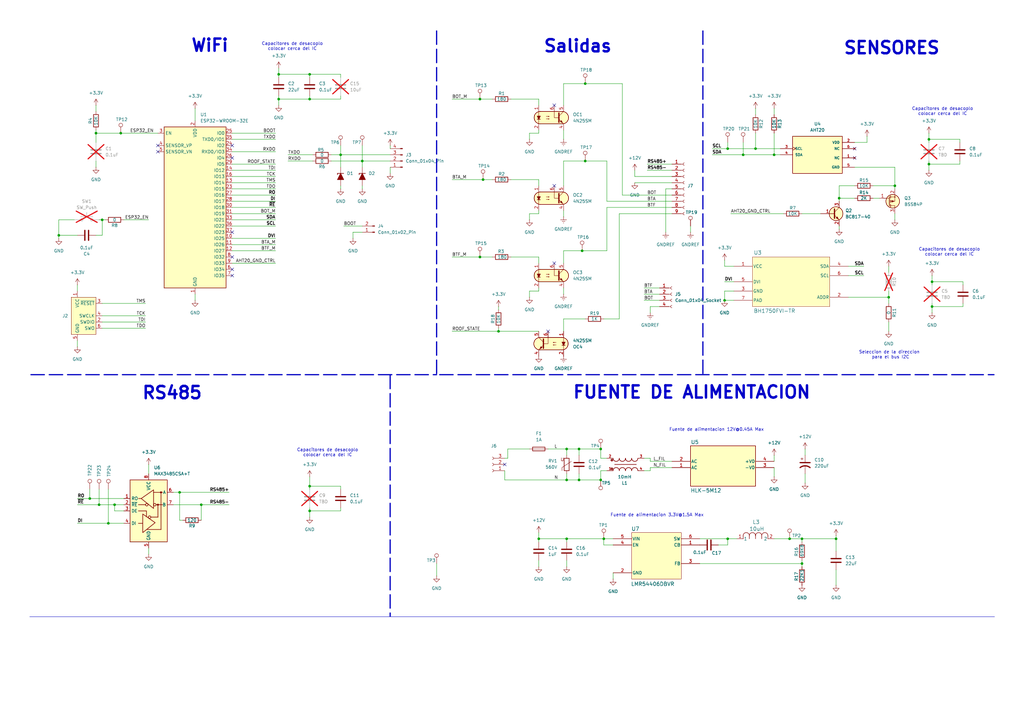
<source format=kicad_sch>
(kicad_sch (version 20250114) (generator "eeschema") (generator_version "9.0")
  (paper "A3")
  (title_block (title "Esquematico") (date "2025-05-26") (rev "A"))
  (text "Capacitores de desacoplo\ncolocar cerca del IC" (at 386.588 45.72 0) (effects (font (size 1.27 1.27))))
  (text "FUENTE DE ALIMENTACION" (at 283.718 161.036 0) (effects (font (size 5 5) (thickness 1) (bold yes))))
  (text "Capacitores de desacoplo\ncolocar cerca del IC" (at 134.366 185.674 0) (effects (font (size 1.27 1.27))))
  (text "Capacitores de desacoplo\ncolocar cerca del IC" (at 389.382 103.378 0) (effects (font (size 1.27 1.27))))
  (text "SENSORES" (at 365.76 19.812 0) (effects (font (size 5 5) (thickness 1) (bold yes))))
  (text "Fuente de alimentacion 12V@0.45A Max\n" (at 293.878 176.276 0) (effects (font (size 1.27 1.27))))
  (text "Capacitores de desacoplo\ncolocar cerca del IC" (at 119.888 19.05 0) (effects (font (size 1.27 1.27))))
  (text "WiFi" (at 86.106 18.796 0) (effects (font (size 5 5) (thickness 1) (bold yes))))
  (text "Fuente de alimentacion 3.3V@1.5A Max\n" (at 269.494 211.328 0) (effects (font (size 1.27 1.27))))
  (text "RS485" (at 70.612 161.29 0) (effects (font (size 5 5) (thickness 1) (bold yes))))
  (text "Seleccion de la direccion \npara el bus I2C" (at 365.252 145.542 0) (effects (font (size 1.27 1.27))))
  (text "Salidas" (at 236.982 19.05 0) (effects (font (size 5 5) (thickness 1) (bold yes))))
  (junction (at 24.13 96.52))
  (junction (at 247.65 220.98))
  (junction (at 298.45 60.96))
  (junction (at 323.85 220.98))
  (junction (at 309.88 60.96))
  (junction (at 73.66 201.93))
  (junction (at 127 199.39))
  (junction (at 49.53 54.61))
  (junction (at 344.17 81.28))
  (junction (at 232.41 184.15))
  (junction (at 367.03 76.2))
  (junction (at 82.55 207.01))
  (junction (at 139.7 63.5))
  (junction (at 148.59 66.04))
  (junction (at 381 67.31))
  (junction (at 232.41 220.98))
  (junction (at 382.27 115.57))
  (junction (at 364.49 121.92))
  (junction (at 196.85 40.64))
  (junction (at 240.03 34.29))
  (junction (at 237.49 184.15))
  (junction (at 114.3 30.48))
  (junction (at 127 40.64))
  (junction (at 41.91 90.17))
  (junction (at 36.83 204.47))
  (junction (at 46.99 207.01))
  (junction (at 238.76 102.87))
  (junction (at 246.38 184.15))
  (junction (at 237.49 196.85))
  (junction (at 246.38 196.85))
  (junction (at 127 209.55))
  (junction (at 196.85 105.41))
  (junction (at 304.8 63.5))
  (junction (at 317.5 63.5))
  (junction (at 204.47 135.89))
  (junction (at 114.3 40.64))
  (junction (at 240.03 66.04))
  (junction (at 298.45 220.98))
  (junction (at 39.37 54.61))
  (junction (at 220.98 220.98))
  (junction (at 328.93 220.98))
  (junction (at 232.41 196.85))
  (junction (at 382.27 125.73))
  (junction (at 297.18 123.19))
  (junction (at 381 57.15))
  (junction (at 342.9 220.98))
  (junction (at 127 30.48))
  (junction (at 198.12 73.66))
  (junction (at 40.64 207.01))
  (junction (at 44.45 214.63))
  (junction (at 328.93 231.14))
  (no_connect (at 350.52 60.96))
  (no_connect (at 207.01 190.5))
  (no_connect (at 64.77 62.23))
  (no_connect (at 227.33 76.2))
  (no_connect (at 95.25 64.77))
  (no_connect (at 227.33 43.18))
  (no_connect (at 350.52 64.77))
  (no_connect (at 95.25 105.41))
  (no_connect (at 64.77 59.69))
  (no_connect (at 227.33 107.95))
  (no_connect (at 95.25 113.03))
  (no_connect (at 95.25 95.25))
  (no_connect (at 224.79 135.89))
  (no_connect (at 95.25 110.49))
  (no_connect (at 95.25 59.69))
  (wire (pts (xy 254 87.63) (xy 275.59 87.63)))
  (wire (pts (xy 41.91 90.17) (xy 43.18 90.17)))
  (wire (pts (xy 309.88 60.96) (xy 320.04 60.96)))
  (wire (pts (xy 364.49 121.92) (xy 364.49 124.46)))
  (wire (pts (xy 354.33 109.22) (xy 347.98 109.22)))
  (wire (pts (xy 381 67.31) (xy 393.7 67.31)))
  (wire (pts (xy 207.01 187.96) (xy 208.28 187.96)))
  (wire (pts (xy 344.17 82.55) (xy 344.17 81.28)))
  (wire (pts (xy 127 209.55) (xy 139.7 209.55)))
  (wire (pts (xy 309.88 54.61) (xy 309.88 60.96)))
  (wire (pts (xy 135.89 63.5) (xy 139.7 63.5)))
  (wire (pts (xy 73.66 201.93) (xy 93.98 201.93)))
  (wire (pts (xy 31.75 139.7) (xy 31.75 142.24)))
  (wire (pts (xy 217.17 90.17) (xy 217.17 87.63)))
  (wire (pts (xy 231.14 135.89) (xy 231.14 130.81)))
  (wire (pts (xy 237.49 196.85) (xy 246.38 196.85)))
  (wire (pts (xy 207.01 196.85) (xy 232.41 196.85)))
  (wire (pts (xy 283.21 92.71) (xy 283.21 95.25)))
  (wire (pts (xy 127 31.75) (xy 127 30.48)))
  (wire (pts (xy 275.59 77.47) (xy 273.05 77.47)))
  (wire (pts (xy 297.18 109.22) (xy 297.18 106.68)))
  (wire (pts (xy 209.55 73.66) (xy 220.98 73.66)))
  (wire (pts (xy 220.98 76.2) (xy 220.98 73.66)))
  (wire (pts (xy 344.17 76.2) (xy 344.17 81.28)))
  (wire (pts (xy 255.27 34.29) (xy 255.27 80.01)))
  (wire (pts (xy 237.49 184.15) (xy 246.38 184.15)))
  (wire (pts (xy 31.75 214.63) (xy 44.45 214.63)))
  (wire (pts (xy 207.01 193.04) (xy 207.01 196.85)))
  (wire (pts (xy 30.48 90.17) (xy 24.13 90.17)))
  (wire (pts (xy 246.38 193.04) (xy 246.38 196.85)))
  (wire (pts (xy 114.3 27.94) (xy 114.3 30.48)))
  (wire (pts (xy 135.89 66.04) (xy 148.59 66.04)))
  (wire (pts (xy 95.25 77.47) (xy 113.03 77.47)))
  (wire (pts (xy 217.17 121.92) (xy 217.17 119.38)))
  (wire (pts (xy 355.6 58.42) (xy 355.6 55.88)))
  (wire (pts (xy 220.98 220.98) (xy 232.41 220.98)))
  (wire (pts (xy 247.65 130.81) (xy 254 130.81)))
  (wire (pts (xy 350.52 76.2) (xy 344.17 76.2)))
  (wire (pts (xy 232.41 194.31) (xy 232.41 196.85)))
  (wire (pts (xy 80.01 44.45) (xy 80.01 49.53)))
  (wire (pts (xy 367.03 77.47) (xy 367.03 76.2)))
  (wire (pts (xy 217.17 119.38) (xy 220.98 119.38)))
  (wire (pts (xy 317.5 220.98) (xy 323.85 220.98)))
  (wire (pts (xy 292.1 60.96) (xy 298.45 60.96)))
  (wire (pts (xy 46.99 207.01) (xy 50.8 207.01)))
  (wire (pts (xy 350.52 58.42) (xy 355.6 58.42)))
  (wire (pts (xy 265.43 67.31) (xy 275.59 67.31)))
  (wire (pts (xy 217.17 57.15) (xy 217.17 54.61)))
  (wire (pts (xy 160.02 60.96) (xy 160.02 59.69)))
  (wire (pts (xy 73.66 213.36) (xy 73.66 201.93)))
  (wire (pts (xy 240.03 66.04) (xy 231.14 66.04)))
  (wire (pts (xy 304.8 63.5) (xy 317.5 63.5)))
  (wire (pts (xy 248.92 102.87) (xy 248.92 85.09)))
  (wire (pts (xy 36.83 200.66) (xy 36.83 204.47)))
  (wire (pts (xy 393.7 57.15) (xy 381 57.15)))
  (wire (pts (xy 260.35 72.39) (xy 260.35 69.85)))
  (wire (pts (xy 381 54.61) (xy 381 57.15)))
  (wire (pts (xy 40.64 207.01) (xy 46.99 207.01)))
  (wire (pts (xy 354.33 113.03) (xy 347.98 113.03)))
  (wire (pts (xy 220.98 54.61) (xy 220.98 53.34)))
  (wire (pts (xy 148.59 59.69) (xy 148.59 66.04)))
  (wire (pts (xy 50.8 209.55) (xy 46.99 209.55)))
  (wire (pts (xy 160.02 68.58) (xy 160.02 71.12)))
  (wire (pts (xy 220.98 218.44) (xy 220.98 220.98)))
  (wire (pts (xy 127 39.37) (xy 127 40.64)))
  (wire (pts (xy 317.5 189.23) (xy 317.5 186.69)))
  (wire (pts (xy 208.28 187.96) (xy 208.28 184.15)))
  (wire (pts (xy 394.97 124.46) (xy 394.97 125.73)))
  (wire (pts (xy 275.59 80.01) (xy 255.27 80.01)))
  (wire (pts (xy 95.25 62.23) (xy 113.03 62.23)))
  (wire (pts (xy 328.93 220.98) (xy 328.93 222.25)))
  (wire (pts (xy 31.75 116.84) (xy 31.75 119.38)))
  (wire (pts (xy 95.25 72.39) (xy 113.03 72.39)))
  (wire (pts (xy 297.18 109.22) (xy 300.99 109.22)))
  (wire (pts (xy 248.92 82.55) (xy 248.92 66.04)))
  (wire (pts (xy 114.3 39.37) (xy 114.3 40.64)))
  (wire (pts (xy 330.2 184.15) (xy 330.2 186.69)))
  (wire (pts (xy 31.75 204.47) (xy 36.83 204.47)))
  (wire (pts (xy 220.98 43.18) (xy 220.98 40.64)))
  (wire (pts (xy 208.28 184.15) (xy 217.17 184.15)))
  (wire (pts (xy 40.64 200.66) (xy 40.64 207.01)))
  (wire (pts (xy 248.92 193.04) (xy 246.38 193.04)))
  (polyline (pts (xy 179.07 12.7) (xy 179.07 153.67)) (stroke (width 0.5) (type dash)))
  (wire (pts (xy 39.37 96.52) (xy 41.91 96.52)))
  (wire (pts (xy 328.93 87.63) (xy 336.55 87.63)))
  (wire (pts (xy 287.02 231.14) (xy 328.93 231.14)))
  (wire (pts (xy 394.97 116.84) (xy 394.97 115.57)))
  (wire (pts (xy 139.7 30.48) (xy 139.7 31.75)))
  (wire (pts (xy 248.92 66.04) (xy 240.03 66.04)))
  (wire (pts (xy 24.13 90.17) (xy 24.13 96.52)))
  (wire (pts (xy 298.45 58.42) (xy 298.45 60.96)))
  (wire (pts (xy 232.41 196.85) (xy 237.49 196.85)))
  (wire (pts (xy 350.52 68.58) (xy 367.03 68.58)))
  (wire (pts (xy 41.91 129.54) (xy 59.69 129.54)))
  (wire (pts (xy 95.25 69.85) (xy 113.03 69.85)))
  (wire (pts (xy 298.45 60.96) (xy 309.88 60.96)))
  (wire (pts (xy 317.5 63.5) (xy 320.04 63.5)))
  (wire (pts (xy 144.78 95.25) (xy 144.78 97.79)))
  (wire (pts (xy 381 67.31) (xy 381 69.85)))
  (wire (pts (xy 232.41 220.98) (xy 247.65 220.98)))
  (wire (pts (xy 266.7 189.23) (xy 266.7 187.96)))
  (wire (pts (xy 44.45 214.63) (xy 50.8 214.63)))
  (wire (pts (xy 297.18 119.38) (xy 297.18 123.19)))
  (wire (pts (xy 247.65 220.98) (xy 251.46 220.98)))
  (wire (pts (xy 220.98 119.38) (xy 220.98 118.11)))
  (wire (pts (xy 127 30.48) (xy 114.3 30.48)))
  (wire (pts (xy 185.42 73.66) (xy 198.12 73.66)))
  (wire (pts (xy 139.7 63.5) (xy 160.02 63.5)))
  (wire (pts (xy 39.37 53.34) (xy 39.37 54.61)))
  (wire (pts (xy 71.12 207.01) (xy 82.55 207.01)))
  (wire (pts (xy 39.37 43.18) (xy 39.37 45.72)))
  (wire (pts (xy 220.98 229.87) (xy 220.98 232.41)))
  (wire (pts (xy 364.49 109.22) (xy 364.49 111.76)))
  (wire (pts (xy 382.27 124.46) (xy 382.27 125.73)))
  (wire (pts (xy 113.03 100.33) (xy 95.25 100.33)))
  (wire (pts (xy 328.93 220.98) (xy 323.85 220.98)))
  (wire (pts (xy 266.7 193.04) (xy 266.7 191.77)))
  (wire (pts (xy 231.14 130.81) (xy 240.03 130.81)))
  (wire (pts (xy 238.76 102.87) (xy 248.92 102.87)))
  (wire (pts (xy 40.64 90.17) (xy 41.91 90.17)))
  (wire (pts (xy 328.93 220.98) (xy 342.9 220.98)))
  (wire (pts (xy 381 66.04) (xy 381 67.31)))
  (wire (pts (xy 179.07 231.14) (xy 179.07 236.22)))
  (wire (pts (xy 95.25 54.61) (xy 113.03 54.61)))
  (wire (pts (xy 231.14 102.87) (xy 238.76 102.87)))
  (wire (pts (xy 247.65 223.52) (xy 247.65 220.98)))
  (wire (pts (xy 266.7 125.73) (xy 266.7 128.27)))
  (polyline (pts (xy 160.02 153.924) (xy 160.02 252.73)) (stroke (width 0.5) (type dash)))
  (wire (pts (xy 95.25 82.55) (xy 113.03 82.55)))
  (wire (pts (xy 204.47 125.73) (xy 204.47 127)))
  (wire (pts (xy 393.7 58.42) (xy 393.7 57.15)))
  (polyline (pts (xy 12.7 153.67) (xy 179.07 153.67)) (stroke (width 0.5) (type dash)))
  (wire (pts (xy 39.37 54.61) (xy 39.37 58.42)))
  (wire (pts (xy 127 40.64) (xy 139.7 40.64)))
  (wire (pts (xy 127 208.28) (xy 127 209.55)))
  (wire (pts (xy 50.8 90.17) (xy 60.96 90.17)))
  (wire (pts (xy 231.14 66.04) (xy 231.14 76.2)))
  (wire (pts (xy 344.17 92.71) (xy 344.17 93.98)))
  (wire (pts (xy 41.91 134.62) (xy 59.69 134.62)))
  (wire (pts (xy 127 209.55) (xy 127 212.09)))
  (wire (pts (xy 232.41 184.15) (xy 237.49 184.15)))
  (wire (pts (xy 317.5 54.61) (xy 317.5 63.5)))
  (wire (pts (xy 231.14 57.15) (xy 231.14 53.34)))
  (wire (pts (xy 114.3 30.48) (xy 114.3 31.75)))
  (wire (pts (xy 300.99 119.38) (xy 297.18 119.38)))
  (wire (pts (xy 41.91 124.46) (xy 59.69 124.46)))
  (wire (pts (xy 127 30.48) (xy 139.7 30.48)))
  (wire (pts (xy 297.18 115.57) (xy 300.99 115.57)))
  (wire (pts (xy 139.7 199.39) (xy 127 199.39)))
  (wire (pts (xy 231.14 118.11) (xy 231.14 120.65)))
  (wire (pts (xy 220.98 107.95) (xy 220.98 105.41)))
  (wire (pts (xy 209.55 40.64) (xy 220.98 40.64)))
  (wire (pts (xy 198.12 73.66) (xy 201.93 73.66)))
  (wire (pts (xy 224.79 184.15) (xy 232.41 184.15)))
  (wire (pts (xy 209.55 105.41) (xy 220.98 105.41)))
  (wire (pts (xy 246.38 187.96) (xy 246.38 184.15)))
  (wire (pts (xy 344.17 81.28) (xy 350.52 81.28)))
  (wire (pts (xy 80.01 120.65) (xy 80.01 123.19)))
  (wire (pts (xy 342.9 219.71) (xy 342.9 220.98)))
  (wire (pts (xy 367.03 87.63) (xy 367.03 90.17)))
  (wire (pts (xy 328.93 232.41) (xy 328.93 231.14)))
  (wire (pts (xy 367.03 76.2) (xy 367.03 68.58)))
  (wire (pts (xy 358.14 81.28) (xy 360.68 81.28)))
  (wire (pts (xy 127 199.39) (xy 127 200.66)))
  (wire (pts (xy 127 195.58) (xy 127 199.39)))
  (polyline (pts (xy 180.34 153.67) (xy 407.67 153.67)) (stroke (width 0.5) (type dash)))
  (wire (pts (xy 41.91 96.52) (xy 41.91 90.17)))
  (wire (pts (xy 232.41 220.98) (xy 232.41 222.25)))
  (wire (pts (xy 270.51 125.73) (xy 266.7 125.73)))
  (wire (pts (xy 41.91 132.08) (xy 59.69 132.08)))
  (wire (pts (xy 95.25 92.71) (xy 113.03 92.71)))
  (wire (pts (xy 248.92 187.96) (xy 246.38 187.96)))
  (wire (pts (xy 265.43 69.85) (xy 275.59 69.85)))
  (wire (pts (xy 394.97 115.57) (xy 382.27 115.57)))
  (wire (pts (xy 297.18 123.19) (xy 300.99 123.19)))
  (wire (pts (xy 393.7 66.04) (xy 393.7 67.31)))
  (wire (pts (xy 382.27 125.73) (xy 394.97 125.73)))
  (wire (pts (xy 232.41 229.87) (xy 232.41 232.41)))
  (wire (pts (xy 95.25 80.01) (xy 113.03 80.01)))
  (wire (pts (xy 231.14 86.36) (xy 231.14 88.9)))
  (wire (pts (xy 139.7 200.66) (xy 139.7 199.39)))
  (wire (pts (xy 24.13 96.52) (xy 31.75 96.52)))
  (wire (pts (xy 232.41 184.15) (xy 232.41 186.69)))
  (wire (pts (xy 317.5 44.45) (xy 317.5 46.99)))
  (wire (pts (xy 114.3 40.64) (xy 114.3 43.18)))
  (wire (pts (xy 148.59 76.2) (xy 148.59 77.47)))
  (wire (pts (xy 95.25 57.15) (xy 113.03 57.15)))
  (wire (pts (xy 140.97 92.71) (xy 148.59 92.71)))
  (wire (pts (xy 304.8 58.42) (xy 304.8 63.5)))
  (wire (pts (xy 231.14 34.29) (xy 231.14 43.18)))
  (wire (pts (xy 148.59 66.04) (xy 148.59 68.58)))
  (wire (pts (xy 204.47 135.89) (xy 204.47 134.62)))
  (wire (pts (xy 275.59 82.55) (xy 248.92 82.55)))
  (wire (pts (xy 95.25 85.09) (xy 113.03 85.09)))
  (wire (pts (xy 185.42 105.41) (xy 196.85 105.41)))
  (wire (pts (xy 342.9 220.98) (xy 342.9 226.06)))
  (wire (pts (xy 39.37 66.04) (xy 39.37 68.58)))
  (wire (pts (xy 382.27 113.03) (xy 382.27 115.57)))
  (wire (pts (xy 118.11 66.04) (xy 128.27 66.04)))
  (wire (pts (xy 299.72 87.63) (xy 321.31 87.63)))
  (wire (pts (xy 382.27 115.57) (xy 382.27 116.84)))
  (wire (pts (xy 287.02 220.98) (xy 298.45 220.98)))
  (wire (pts (xy 113.03 67.31) (xy 95.25 67.31)))
  (wire (pts (xy 298.45 220.98) (xy 302.26 220.98)))
  (wire (pts (xy 309.88 44.45) (xy 309.88 46.99)))
  (wire (pts (xy 139.7 208.28) (xy 139.7 209.55)))
  (wire (pts (xy 139.7 40.64) (xy 139.7 39.37)))
  (wire (pts (xy 95.25 107.95) (xy 113.03 107.95)))
  (wire (pts (xy 231.14 34.29) (xy 240.03 34.29)))
  (wire (pts (xy 254 130.81) (xy 254 87.63)))
  (wire (pts (xy 39.37 54.61) (xy 49.53 54.61)))
  (polyline (pts (xy 288.29 12.7) (xy 288.29 153.67)) (stroke (width 0.5) (type dash)))
  (wire (pts (xy 237.49 184.15) (xy 237.49 186.69)))
  (wire (pts (xy 266.7 187.96) (xy 264.16 187.96)))
  (wire (pts (xy 71.12 201.93) (xy 73.66 201.93)))
  (polyline (pts (xy 12.192 252.984) (xy 407.924 252.984)))
  (wire (pts (xy 24.13 96.52) (xy 24.13 97.79)))
  (wire (pts (xy 113.03 102.87) (xy 95.25 102.87)))
  (wire (pts (xy 220.98 220.98) (xy 220.98 222.25)))
  (wire (pts (xy 95.25 74.93) (xy 113.03 74.93)))
  (wire (pts (xy 139.7 63.5) (xy 139.7 68.58)))
  (wire (pts (xy 328.93 229.87) (xy 328.93 231.14)))
  (wire (pts (xy 240.03 34.29) (xy 255.27 34.29)))
  (wire (pts (xy 367.03 76.2) (xy 358.14 76.2)))
  (wire (pts (xy 46.99 209.55) (xy 46.99 207.01)))
  (wire (pts (xy 260.35 74.93) (xy 275.59 74.93)))
  (wire (pts (xy 95.25 97.79) (xy 113.03 97.79)))
  (wire (pts (xy 342.9 233.68) (xy 342.9 240.03)))
  (wire (pts (xy 60.96 190.5) (xy 60.96 194.31)))
  (wire (pts (xy 364.49 132.08) (xy 364.49 135.89)))
  (wire (pts (xy 330.2 194.31) (xy 330.2 198.12)))
  (wire (pts (xy 317.5 191.77) (xy 317.5 195.58)))
  (wire (pts (xy 264.16 120.65) (xy 270.51 120.65)))
  (wire (pts (xy 231.14 107.95) (xy 231.14 102.87)))
  (wire (pts (xy 44.45 200.66) (xy 44.45 214.63)))
  (wire (pts (xy 217.17 87.63) (xy 220.98 87.63)))
  (wire (pts (xy 31.75 207.01) (xy 40.64 207.01)))
  (wire (pts (xy 95.25 90.17) (xy 113.03 90.17)))
  (wire (pts (xy 347.98 121.92) (xy 364.49 121.92)))
  (wire (pts (xy 49.53 54.61) (xy 64.77 54.61)))
  (wire (pts (xy 298.45 220.98) (xy 298.45 223.52)))
  (wire (pts (xy 217.17 54.61) (xy 220.98 54.61)))
  (wire (pts (xy 275.59 189.23) (xy 266.7 189.23)))
  (wire (pts (xy 264.16 118.11) (xy 270.51 118.11)))
  (wire (pts (xy 60.96 224.79) (xy 60.96 227.33)))
  (wire (pts (xy 139.7 59.69) (xy 139.7 63.5)))
  (wire (pts (xy 266.7 191.77) (xy 275.59 191.77)))
  (wire (pts (xy 113.03 87.63) (xy 95.25 87.63)))
  (wire (pts (xy 196.85 40.64) (xy 201.93 40.64)))
  (wire (pts (xy 264.16 193.04) (xy 266.7 193.04)))
  (wire (pts (xy 114.3 40.64) (xy 127 40.64)))
  (wire (pts (xy 82.55 213.36) (xy 82.55 207.01)))
  (wire (pts (xy 74.93 213.36) (xy 73.66 213.36)))
  (wire (pts (xy 251.46 223.52) (xy 247.65 223.52)))
  (wire (pts (xy 220.98 87.63) (xy 220.98 86.36)))
  (wire (pts (xy 148.59 95.25) (xy 144.78 95.25)))
  (wire (pts (xy 275.59 72.39) (xy 260.35 72.39)))
  (wire (pts (xy 381 57.15) (xy 381 58.42)))
  (wire (pts (xy 185.42 40.64) (xy 196.85 40.64)))
  (wire (pts (xy 237.49 194.31) (xy 237.49 196.85)))
  (wire (pts (xy 148.59 66.04) (xy 160.02 66.04)))
  (wire (pts (xy 251.46 234.95) (xy 251.46 237.49)))
  (wire (pts (xy 196.85 105.41) (xy 201.93 105.41)))
  (wire (pts (xy 220.98 135.89) (xy 204.47 135.89)))
  (wire (pts (xy 139.7 76.2) (xy 139.7 77.47)))
  (wire (pts (xy 292.1 63.5) (xy 304.8 63.5)))
  (wire (pts (xy 36.83 204.47) (xy 50.8 204.47)))
  (wire (pts (xy 264.16 123.19) (xy 270.51 123.19)))
  (wire (pts (xy 273.05 77.47) (xy 273.05 95.25)))
  (wire (pts (xy 294.64 223.52) (xy 298.45 223.52)))
  (wire (pts (xy 364.49 119.38) (xy 364.49 121.92)))
  (wire (pts (xy 382.27 125.73) (xy 382.27 128.27)))
  (wire (pts (xy 248.92 85.09) (xy 275.59 85.09)))
  (wire (pts (xy 82.55 207.01) (xy 93.98 207.01)))
  (wire (pts (xy 185.42 135.89) (xy 204.47 135.89)))
  (wire (pts (xy 118.11 63.5) (xy 128.27 63.5)))
  (label "BTF" (at 265.43 85.09 0))
  (label "BTA" (at 265.43 82.55 0))
  (label "RS485+" (at 93.98 201.93 180) (effects (font (thickness 0.254) (bold yes))))
  (label "BOT" (at 264.16 123.19 0))
  (label "RS485+" (at 265.43 67.31 0) (effects (font (thickness 0.254) (bold yes))))
  (label "DI" (at 31.75 214.63 0) (effects (font (thickness 0.254) (bold yes))))
  (label "ESP32_EN" (at 53.34 54.61 0))
  (label "SCL" (at 113.03 92.71 180) (effects (font (thickness 0.254) (bold yes))))
  (label "~{RE}" (at 113.03 85.09 180) (effects (font (thickness 0.254) (bold yes))))
  (label "BOT_M" (at 113.03 87.63 180))
  (label "RO" (at 113.03 80.01 180) (effects (font (thickness 0.254) (bold yes))))
  (label "ESP32_EN" (at 60.96 90.17 180))
  (label "BOT" (at 265.43 80.01 0))
  (label "N_FIL" (at 267.97 191.77 0))
  (label "DVI" (at 113.03 97.79 180) (effects (font (thickness 0.254) (bold yes))))
  (label "ROOF_STATE" (at 185.42 135.89 0))
  (label "BTA_M" (at 113.03 100.33 180))
  (label "BTF" (at 264.16 118.11 0))
  (label "RXDO" (at 113.03 62.23 180))
  (label "RS485-" (at 265.43 69.85 0) (effects (font (thickness 0.254) (bold yes))))
  (label "TDI" (at 113.03 69.85 180))
  (label "BTA" (at 264.16 120.65 0))
  (label "BTF_M" (at 185.42 105.41 0))
  (label "AHT20_GND_CTRL" (at 299.72 87.63 0))
  (label "DVI" (at 297.18 115.57 0) (effects (font (thickness 0.254) (bold yes))))
  (label "TCK" (at 113.03 72.39 180))
  (label "BTF_M" (at 113.03 102.87 180))
  (label "RXDO" (at 118.11 66.04 0))
  (label "DI" (at 113.03 82.55 180) (effects (font (thickness 0.254) (bold yes))))
  (label "SDA" (at 354.33 109.22 180) (effects (font (thickness 0.254) (bold yes))))
  (label "L_FIL" (at 267.97 189.23 0))
  (label "TDO" (at 113.03 77.47 180))
  (label "BOT_M" (at 185.42 40.64 0))
  (label "TXDO" (at 118.11 63.5 0))
  (label "L" (at 227.33 184.15 0))
  (label "TMS" (at 59.69 124.46 180))
  (label "SDA" (at 113.03 90.17 180) (effects (font (thickness 0.254) (bold yes))))
  (label "~{RE}" (at 31.75 207.01 0) (effects (font (thickness 0.254) (bold yes))))
  (label "SCL" (at 292.1 60.96 0) (effects (font (thickness 0.254) (bold yes))))
  (label "TMS" (at 113.03 74.93 180))
  (label "TDI" (at 59.69 132.08 180))
  (label "BTA_M" (at 185.42 73.66 0))
  (label "RO" (at 31.75 204.47 0) (effects (font (thickness 0.254) (bold yes))))
  (label "TCK" (at 59.69 129.54 180))
  (label "AHT20_GND_CTRL" (at 113.03 107.95 180))
  (label "ROOF_STATE" (at 113.03 67.31 180))
  (label "BOOT" (at 140.97 92.71 0))
  (label "SDA" (at 292.1 63.5 0) (effects (font (thickness 0.254) (bold yes))))
  (label "BOOT" (at 113.03 54.61 180))
  (label "RS485-" (at 93.98 207.01 180) (effects (font (thickness 0.254) (bold yes))))
  (label "TDO" (at 59.69 134.62 180))
  (label "N" (at 227.33 196.85 0))
  (label "TXDO" (at 113.03 57.15 180))
  (label "SCL" (at 354.33 113.03 180) (effects (font (thickness 0.254) (bold yes))))
  (symbol (lib_id "PCM_Resistor_AKL:R_0805") (at 354.33 81.28 90) (unit 1)
    (property "Reference" "R14" (at 354.33 78.994 90))
    (property "Value" "2K" (at 354.33 81.28 90))
    (property "Footprint" "PCM_Resistor_SMD_AKL:R_0805_2012Metric" (effects (hide yes)))
    (property "Description" "RES 2K OHM 5% 1/4W 0805" (effects (hide yes)))
    (property "MPN" "RPC0805JT2K00" (effects (hide yes)))
    (property "MANUFACTURER" "Stackpole Electronics Inc" (effects (hide yes)))
    (property "Link" "https://www.digikey.com/en/products/detail/stackpole-electronics-inc/RPC0805JT2K00/3048814" (effects (hide yes)))
    (property "Price" "$0.17" (effects (hide yes)))
  )
  (symbol (lib_id "PCM_Resistor_AKL:R_0805") (at 325.12 87.63 90) (unit 1)
    (property "Reference" "R7" (at 325.12 85.344 90))
    (property "Value" "10K" (at 325.12 87.63 90))
    (property "Footprint" "PCM_Resistor_SMD_AKL:R_0805_2012Metric" (effects (hide yes)))
    (property "Description" "RES 10k OHM 1% 1/4W 0805" (effects (hide yes)))
    (property "MPN" "RNCP0805FTD10K0" (effects (hide yes)))
    (property "MANUFACTURER" "Stackpole Electronics Inc" (effects (hide yes)))
    (property "Link" "https://www.mouser.mx/ProductDetail/SEI-Stackpole/RNCP0805FTD10K0?qs=FESYatJ8odJeFjrrO%252BGETA%3D%3D " (effects (hide yes)))
    (property "Price" "$0.13" (effects (hide yes)))
  )
  (symbol (lib_id "74405042100:74405042100") (at 317.5 220.98 0) (mirror y) (unit 1)
    (property "Reference" "L3" (at 310.134 214.122 0) (effects (font (size 1.524 1.524))))
    (property "Value" "10uH" (at 310.388 216.916 0) (effects (font (size 1.524 1.524))))
    (property "Footprint" "74405042100:IND_05042100_WRE" (effects (hide yes)))
    (property "Datasheet" "74405042100" (effects (hide yes)))
    (property "Description" "FIXED IND 10UH 1.7A 216 MOHM SMD" (effects (hide yes)))
    (property "MP" "74405042100" (effects (hide yes)))
    (property "MPN" "74405042100" (effects (hide yes)))
    (property "MANUFACTURER" "Würth Elektronik" (effects (hide yes)))
    (property "Link" "https://www.mouser.mx/ProductDetail/Wurth-Elektronik/74405042100?qs=h3%2Fj8evtlm0bCBQy1c016g%3D%3D" (effects (hide yes)))
    (property "Price" "$0.923 " (effects (hide yes)))
  )
  (symbol (lib_id "PCM_Resistor_AKL:R_0805") (at 354.33 76.2 90) (unit 1)
    (property "Reference" "R15" (at 354.33 73.914 90))
    (property "Value" "10K" (at 354.33 76.2 90))
    (property "Footprint" "PCM_Resistor_SMD_AKL:R_0805_2012Metric" (effects (hide yes)))
    (property "Description" "RES 10k OHM 1% 1/4W 0805" (effects (hide yes)))
    (property "MPN" "RNCP0805FTD10K0" (effects (hide yes)))
    (property "MANUFACTURER" "Stackpole Electronics Inc" (effects (hide yes)))
    (property "Link" "https://www.mouser.mx/ProductDetail/SEI-Stackpole/RNCP0805FTD10K0?qs=FESYatJ8odJeFjrrO%252BGETA%3D%3D " (effects (hide yes)))
    (property "Price" "$0.13" (effects (hide yes)))
  )
  (symbol (lib_id "AHT20:AHT20") (at 335.28 63.5 0) (unit 1)
    (property "Reference" "U4" (at 335.28 50.8 0))
    (property "Value" "AHT20" (at 335.28 53.34 0))
    (property "Footprint" "AHT20:PSON100P300X300X110-6N" (effects (hide yes)))
    (property "Description" "Integrated Temperature And Humidity Sensor" (effects (hide yes)))
    (property "MF" "Asair" (effects (hide yes)))
    (property "MAXIMUM_PACKAGE_HEIGHT" "1.1mm" (effects (hide yes)))
    (property "Package" "Package" (effects (hide yes)))
    (property "Price" "$0.45" (effects (hide yes)))
    (property "Check_prices" "https://www.snapeda.com/parts/AHT20/Asair/view-part/?ref=eda" (effects (hide yes)))
    (property "STANDARD" "IPC 7351B" (effects (hide yes)))
    (property "PARTREV" "V1.0" (effects (hide yes)))
    (property "SnapEDA_Link" "https://www.snapeda.com/parts/AHT20/Asair/view-part/?ref=snap" (effects (hide yes)))
    (property "MP" "AHT20" (effects (hide yes)))
    (property "Description_1" "Temperature and Humidity sensor" (effects (hide yes)))
    (property "Availability" "Not in stock" (effects (hide yes)))
    (property "MANUFACTURER" "Asair" (effects (hide yes)))
    (property "MPN" "AHT20" (effects (hide yes)))
    (property "Link" "https://es.aliexpress.com/item/1005004410843010.html?spm=a2g0o.productlist.main.34.60b24f19ArV4an&algo_pvid=28bb35e7-4e25-4996-8814-cc87a58d9105&algo_exp_id=28bb35e7-4e25-4996-8814-cc87a58d9105-33&pdp_ext_f=%7B%22order%22%3A%2220%22%2C%22eval%22%3A%221%22%7D&pdp_npi=4%40dis%21MXN%219.20%216.85%21%21%210.47%210.35%21%402103245417491516779674234eb6f3%2112000048049823578%21sea%21MX%210%21ABX&curPageLogUid=hLC9kgVC7tsa&utparam-url=scene%3Asearch%7Cquery_from%3A" (effects (hide yes)))
  )
  (symbol (lib_id "power:GND") (at 260.35 74.93 0) (unit 1)
    (property "Reference" "#PWR049" (effects (hide yes)))
    (property "Value" "GND" (at 260.35 80.01 0))
    (property "Description" "Power symbol creates a global label with name \"GND\" , ground" (effects (hide yes)))
  )
  (symbol (lib_id "power:+3.3V") (at 381 54.61 0) (unit 1)
    (property "Reference" "#PWR034" (effects (hide yes)))
    (property "Value" "+3.3V" (at 381 49.53 0))
    (property "Description" "Power symbol creates a global label with name \"+3.3V\"" (effects (hide yes)))
  )
  (symbol (lib_id "PCM_Resistor_AKL:R_0805") (at 205.74 40.64 90) (unit 1)
    (property "Reference" "R1" (at 205.74 38.354 90))
    (property "Value" "180" (at 205.74 40.64 90))
    (property "Footprint" "PCM_Resistor_SMD_AKL:R_0805_2012Metric" (effects (hide yes)))
    (property "Description" "RES 180 OHM 1% 1/4W 0805" (effects (hide yes)))
    (property "MPN" "RNCP0805FTD180R" (effects (hide yes)))
    (property "MANUFACTURER" "Stackpole Electronics Inc" (effects (hide yes)))
    (property "Link" "https://www.mouser.mx/ProductDetail/SEI-Stackpole/RNCP0805FTD180R?qs=FESYatJ8odJiQFTsjJa6TQ%3D%3D" (effects (hide yes)))
    (property "Price" "$0.13" (effects (hide yes)))
  )
  (symbol (lib_id "power:+3.3V") (at 364.49 109.22 0) (unit 1)
    (property "Reference" "#PWR030" (effects (hide yes)))
    (property "Value" "+3.3V" (at 364.49 104.14 0))
    (property "Description" "Power symbol creates a global label with name \"+3.3V\"" (effects (hide yes)))
  )
  (symbol (lib_id "power:+12V") (at 260.35 69.85 0) (unit 1)
    (property "Reference" "#PWR048" (effects (hide yes)))
    (property "Value" "+12V" (at 260.35 64.77 0))
    (property "Description" "Power symbol creates a global label with name \"+12V\"" (effects (hide yes)))
  )
  (symbol (lib_id "power:GND") (at 60.96 227.33 0) (unit 1)
    (property "Reference" "#PWR021" (effects (hide yes)))
    (property "Value" "GND" (at 60.96 232.41 0))
    (property "Description" "Power symbol creates a global label with name \"GND\" , ground" (effects (hide yes)))
  )
  (symbol (lib_id "WE-CMB_XS:WE-CMB_XS") (at 256.54 190.5 0) (mirror x) (unit 1)
    (property "Reference" "L1" (at 256.1907 198.12 0))
    (property "Value" "10mH" (at 256.1907 195.58 0))
    (property "Footprint" "WE-CMB_XS:WE-CMB_XS" (effects (hide yes)))
    (property "Description" "CMC 10MH 700MA 2LN TH" (effects (hide yes)))
    (property "MF" "Wurth Electronics" (effects (hide yes)))
    (property "Description_1" "Size Typ XS; L = 10 mH; IR = 0.7 A; RDC = 350 mΩ" (effects (hide yes)))
    (property "Package" "Vertical-4 Würth Elektronik" (effects (hide yes)))
    (property "Price" "$4.52" (effects (hide yes)))
    (property "SnapEDA_Link" "https://www.snapeda.com/parts/744821110/Wurth+Electronics/view-part/?ref=snap" (effects (hide yes)))
    (property "MP" "744821110" (effects (hide yes)))
    (property "Availability" "In Stock" (effects (hide yes)))
    (property "Check_prices" "https://www.snapeda.com/parts/744821110/Wurth+Electronics/view-part/?ref=eda" (effects (hide yes)))
    (property "MPN" "744821110" (effects (hide yes)))
    (property "MANUFACTURER" "Würth Elektronik" (effects (hide yes)))
    (property "Link" "https://www.mouser.mx/ProductDetail/Wurth-Elektronik/744821110?qs=AXuZnX5ayYRW7BejgLFrUg%3D%3D" (effects (hide yes)))
  )
  (symbol (lib_id "power:GNDREF") (at 231.14 146.05 0) (unit 1)
    (property "Reference" "#PWR055" (effects (hide yes)))
    (property "Value" "GNDREF" (at 231.14 151.13 0))
    (property "Description" "Power symbol creates a global label with name \"GNDREF\" , reference supply ground" (effects (hide yes)))
  )
  (symbol (lib_id "power:+3.3V") (at 204.47 125.73 0) (unit 1)
    (property "Reference" "#PWR056" (effects (hide yes)))
    (property "Value" "+3.3V" (at 204.47 120.65 0))
    (property "Description" "Power symbol creates a global label with name \"+3.3V\"" (effects (hide yes)))
  )
  (symbol (lib_id "Connector:TestPoint") (at 179.07 231.14 0) (unit 1) (in_bom no)
    (property "Reference" "TP3" (at 175.006 229.87 0) (effects (justify left)))
    (property "Value" "TestPoint" (effects (hide yes)))
    (property "Footprint" "TestPoint:TestPoint_Pad_D1.0mm" (effects (hide yes)))
    (property "Description" "test point" (effects (hide yes)))
  )
  (symbol (lib_id "power:GNDREF") (at 266.7 128.27 0) (unit 1)
    (property "Reference" "#PWR057" (effects (hide yes)))
    (property "Value" "GNDREF" (at 266.7 133.35 0))
    (property "Description" "Power symbol creates a global label with name \"GNDREF\" , reference supply ground" (effects (hide yes)))
  )
  (symbol (lib_id "PCM_Capacitor_AKL:C_0805") (at 127 35.56 0) (unit 1)
    (property "Reference" "C3" (at 130.81 34.2899 0) (effects (justify left)))
    (property "Value" "0.1uF" (at 130.81 36.8299 0) (effects (justify left)))
    (property "Footprint" "PCM_Capacitor_SMD_AKL:C_0805_2012Metric" (effects (hide yes)))
    (property "Description" "CAP CER 0.1UF 50V X7R 0805" (effects (hide yes)))
    (property "MPN" "GCD21BR71H104KA01L" (effects (hide yes)))
    (property "MANUFACTURER" "Murata" (effects (hide yes)))
    (property "Link" "https://www.mouser.mx/ProductDetail/Murata-Electronics/GCD21BR71H104KA01L?qs=coxMWmu44UBHsGu3aK5jKA%3D%3D" (effects (hide yes)))
    (property "Price" "$0.221" (effects (hide yes)))
  )
  (symbol (lib_id "power:GNDREF") (at 231.14 120.65 0) (unit 1)
    (property "Reference" "#PWR07" (effects (hide yes)))
    (property "Value" "GNDREF" (at 231.14 125.73 0))
    (property "Description" "Power symbol creates a global label with name \"GNDREF\" , reference supply ground" (effects (hide yes)))
  )
  (symbol (lib_id "power:GND") (at 160.02 71.12 0) (unit 1)
    (property "Reference" "#PWR016" (effects (hide yes)))
    (property "Value" "GND" (at 160.02 76.2 0))
    (property "Description" "Power symbol creates a global label with name \"GND\" , ground" (effects (hide yes)))
  )
  (symbol (lib_id "PCM_Transistor_MOSFET_AKL:BSS84P") (at 364.49 82.55 0) (unit 1)
    (property "Reference" "Q3" (at 370.84 81.2799 0) (effects (justify left)))
    (property "Value" "BSS84P" (at 370.84 83.8199 0) (effects (justify left)))
    (property "Footprint" "PCM_Package_TO_SOT_SMD_AKL:SOT-23" (effects (hide yes)))
    (property "Datasheet" "https://www.tme.eu/Document/64cf7e761d10b9a1e62dc630d799b2e4/BSS84P.pdf" (effects (hide yes)))
    (property "Description" "MOSFET P-CH 60V 170MA SOT23-3" (effects (hide yes)))
    (property "MPN" "BSS84PH6327XTSA2" (effects (hide yes)))
    (property "MANUFACTURER" "Infineon Technologies" (effects (hide yes)))
    (property "Link" "https://www.mouser.mx/ProductDetail/Infineon-Technologies/BSS84PH6327XTSA2?qs=K00xGehIljvU09gSF2VpyQ%3D%3D" (effects (hide yes)))
    (property "Price" "$0.273 " (effects (hide yes)))
  )
  (symbol (lib_id "power:GND") (at 232.41 232.41 0) (unit 1)
    (property "Reference" "#PWR053" (effects (hide yes)))
    (property "Value" "GND" (at 232.41 237.49 0))
    (property "Description" "Power symbol creates a global label with name \"GND\" , ground" (effects (hide yes)))
  )
  (symbol (lib_id "power:GND") (at 220.98 146.05 0) (unit 1)
    (property "Reference" "#PWR042" (effects (hide yes)))
    (property "Value" "GND" (at 220.98 151.13 0))
    (property "Description" "Power symbol creates a global label with name \"GND\" , ground" (effects (hide yes)))
  )
  (symbol (lib_id "power:GND") (at 297.18 123.19 0) (unit 1)
    (property "Reference" "#PWR029" (effects (hide yes)))
    (property "Value" "GND" (at 297.18 128.27 0))
    (property "Description" "Power symbol creates a global label with name \"GND\" , ground" (effects (hide yes)))
  )
  (symbol (lib_id "Connector:TestPoint") (at 139.7 59.69 0) (unit 1) (in_bom no)
    (property "Reference" "TP6" (at 135.636 58.42 0) (effects (justify left)))
    (property "Value" "TestPoint" (effects (hide yes)))
    (property "Footprint" "TestPoint:TestPoint_Pad_D1.0mm" (effects (hide yes)))
    (property "Description" "test point" (effects (hide yes)))
  )
  (symbol (lib_id "PCM_Resistor_AKL:R_0805") (at 243.84 130.81 90) (unit 1)
    (property "Reference" "R19" (at 243.84 128.524 90))
    (property "Value" "1K" (at 243.84 130.81 90))
    (property "Footprint" "PCM_Resistor_SMD_AKL:R_0805_2012Metric" (effects (hide yes)))
    (property "Description" "RES 2K OHM 5% 1/4W 0805" (effects (hide yes)))
    (property "MPN" "RPC0805JT1K00" (effects (hide yes)))
    (property "MANUFACTURER" "Stackpole Electronics Inc" (effects (hide yes)))
    (property "Link" "https://www.mouser.mx/ProductDetail/SEI-Stackpole/RPC0805JT1K00?qs=rQFj71Wb1eVzkk3ETYk1GQ%3D%3D" (effects (hide yes)))
    (property "Price" "$0.208" (effects (hide yes)))
  )
  (symbol (lib_id "PCM_Capacitor_AKL:C_0805") (at 35.56 96.52 270) (unit 1)
    (property "Reference" "C4" (at 35.56 104.14 90))
    (property "Value" "0.1uF" (at 35.56 101.6 90))
    (property "Footprint" "PCM_Capacitor_SMD_AKL:C_0805_2012Metric" (effects (hide yes)))
    (property "Description" "CAP CER 0.1UF 50V X7R 0805" (effects (hide yes)))
    (property "MPN" "GCD21BR71H104KA01L" (effects (hide yes)))
    (property "MANUFACTURER" "Murata" (effects (hide yes)))
    (property "Link" "https://www.mouser.mx/ProductDetail/Murata-Electronics/GCD21BR71H104KA01L?qs=coxMWmu44UBHsGu3aK5jKA%3D%3D" (effects (hide yes)))
    (property "Price" "$0.221" (effects (hide yes)))
  )
  (symbol (lib_id "Connector:Conn_01x04_Socket") (at 275.59 120.65 0) (unit 1)
    (property "Reference" "J5" (at 276.86 120.6499 0) (effects (justify left)))
    (property "Value" "Conn_01x04_Socket" (at 276.86 123.1899 0) (effects (justify left)))
    (property "Footprint" "Connector_Phoenix_MC:PhoenixContact_MC_1,5_4-G-3.81_1x04_P3.81mm_Horizontal" (effects (hide yes)))
    (property "Description" "Generic connector, single row, 01x04, script generated" (effects (hide yes)))
    (property "MPN" "1803293 " (effects (hide yes)))
    (property "MANUFACTURER" "Phoenix Contact" (effects (hide yes)))
  )
  (symbol (lib_id "power:+3.3V") (at 60.96 190.5 0) (unit 1)
    (property "Reference" "#PWR040" (effects (hide yes)))
    (property "Value" "+3.3V" (at 60.96 185.42 0))
    (property "Description" "Power symbol creates a global label with name \"+3.3V\"" (effects (hide yes)))
  )
  (symbol (lib_id "PCM_Resistor_AKL:R_0805") (at 364.49 128.27 0) (unit 1)
    (property "Reference" "R11" (at 366.776 128.27 90))
    (property "Value" "0" (at 364.49 128.27 90))
    (property "Footprint" "PCM_Resistor_SMD_AKL:R_0805_2012Metric" (effects (hide yes)))
    (property "Description" "RES 0 OHM JUMPER 1/8W 0805" (effects (hide yes)))
    (property "MPN" "RMCF0805ZT0R00" (effects (hide yes)))
    (property "MANUFACTURER" "Stackpole Electronics Inc" (effects (hide yes)))
    (property "Link" "https://www.digikey.com/en/products/detail/stackpole-electronics-inc/RMCF0805ZT0R00/1756901?s=N4IgTCBcDaIEoFkDCAxADADjQVgFoBU0400QBdAXyA" (effects (hide yes)))
    (property "Price" "$0.10" (effects (hide yes)))
  )
  (symbol (lib_id "power:+3.3V") (at 39.37 43.18 0) (unit 1)
    (property "Reference" "#PWR011" (effects (hide yes)))
    (property "Value" "+3.3V" (at 39.37 38.1 0))
    (property "Description" "Power symbol creates a global label with name \"+3.3V\"" (effects (hide yes)))
  )
  (symbol (lib_id "PCM_Resistor_AKL:R_0805") (at 39.37 49.53 180) (unit 1)
    (property "Reference" "R4" (at 37.084 49.53 90))
    (property "Value" "10K" (at 39.37 49.53 90))
    (property "Footprint" "PCM_Resistor_SMD_AKL:R_0805_2012Metric" (effects (hide yes)))
    (property "Description" "RES 10k OHM 1% 1/4W 0805" (effects (hide yes)))
    (property "MPN" "RNCP0805FTD10K0" (effects (hide yes)))
    (property "MANUFACTURER" "Stackpole Electronics Inc" (effects (hide yes)))
    (property "Link" "https://www.mouser.mx/ProductDetail/SEI-Stackpole/RNCP0805FTD10K0?qs=FESYatJ8odJeFjrrO%252BGETA%3D%3D " (effects (hide yes)))
    (property "Price" "$0.13" (effects (hide yes)))
  )
  (symbol (lib_id "power:GND") (at 317.5 195.58 0) (unit 1)
    (property "Reference" "#PWR039" (effects (hide yes)))
    (property "Value" "GND" (at 317.5 200.66 0))
    (property "Description" "Power symbol creates a global label with name \"GND\" , ground" (effects (hide yes)))
  )
  (symbol (lib_id "Connector:Conn_01x04_Pin") (at 165.1 66.04 180) (unit 1) (in_bom no)
    (property "Reference" "J3" (at 166.37 63.4999 0) (effects (justify right)))
    (property "Value" "Conn_01x04_Pin" (at 166.37 66.0399 0) (effects (justify right)))
    (property "Footprint" "Connector_PinHeader_2.54mm:PinHeader_1x04_P2.54mm_Vertical" (effects (hide yes)))
    (property "Description" "Generic connector, single row, 01x04, script generated" (effects (hide yes)))
  )
  (symbol (lib_id "Connector:Conn_01x09_Socket") (at 280.67 77.47 0) (unit 1)
    (property "Reference" "J7" (at 281.94 76.1999 0) (effects (justify left)))
    (property "Value" "Conn_01x09_Socket" (effects (hide yes)))
    (property "Footprint" "Connector_Phoenix_MC:PhoenixContact_MC_1,5_9-G-3.81_1x09_P3.81mm_Horizontal" (effects (hide yes)))
    (property "Description" "Generic connector, single row, 01x09, script generated" (effects (hide yes)))
    (property "MPN" "1803345 " (effects (hide yes)))
    (property "MANUFACTURER" "Phoenix Contact" (effects (hide yes)))
  )
  (symbol (lib_id "PCM_Capacitor_AKL:C_0805") (at 394.97 120.65 0) (unit 1)
    (property "Reference" "C6" (at 398.78 119.3799 0) (effects (justify left)))
    (property "Value" "0.1uF" (at 398.78 121.9199 0) (effects (justify left)))
    (property "Footprint" "PCM_Capacitor_SMD_AKL:C_0805_2012Metric" (effects (hide yes)))
    (property "Description" "CAP CER 0.1UF 50V X7R 0805" (effects (hide yes)))
    (property "MPN" "GCD21BR71H104KA01L" (effects (hide yes)))
    (property "MANUFACTURER" "Murata" (effects (hide yes)))
    (property "Link" "https://www.mouser.mx/ProductDetail/Murata-Electronics/GCD21BR71H104KA01L?qs=coxMWmu44UBHsGu3aK5jKA%3D%3D" (effects (hide yes)))
    (property "Price" "$0.221" (effects (hide yes)))
  )
  (symbol (lib_id "power:GND") (at 220.98 232.41 0) (unit 1)
    (property "Reference" "#PWR018" (effects (hide yes)))
    (property "Value" "GND" (at 220.98 237.49 0))
    (property "Description" "Power symbol creates a global label with name \"GND\" , ground" (effects (hide yes)))
  )
  (symbol (lib_id "Connector:TestPoint") (at 49.53 54.61 0) (unit 1) (in_bom no)
    (property "Reference" "TP12" (at 47.498 49.022 0) (effects (justify left)))
    (property "Value" "TestPoint" (effects (hide yes)))
    (property "Footprint" "TestPoint:TestPoint_Pad_D1.0mm" (effects (hide yes)))
    (property "Description" "test point" (effects (hide yes)))
  )
  (symbol (lib_id "HLK-5M12:HLK-5M12") (at 283.21 182.88 0) (unit 1)
    (property "Reference" "U5" (at 284.988 181.356 0) (effects (font (size 1.524 1.524))))
    (property "Value" "HLK-5M12" (at 289.56 201.168 0) (effects (font (size 1.524 1.524))))
    (property "Footprint" "footprints:HLK-5Mxx_HLK" (effects (hide yes)))
    (property "Datasheet" "HLK-5M12" (effects (hide yes)))
    (property "Description" "CONVERTIDOR AC-DC ENTRADA(90 - 265 VAC) SALIDA 3.3 12VDC 450mA 5W" (effects (hide yes)))
    (property "MPN" "HLK-5M12" (effects (hide yes)))
    (property "MANUFACTURER" "Hi Link" (effects (hide yes)))
    (property "Link" "https://es.aliexpress.com/item/1005008809460507.html?spm=a2g0o.productlist.main.17.581f66c9SReow5&algo_pvid=c43745c1-678c-4abf-82f1-22dc8997d8fd&algo_exp_id=c43745c1-678c-4abf-82f1-22dc8997d8fd-16&pdp_ext_f=%7B%22order%22%3A%2216%22%2C%22eval%22%3A%221%22%7D&pdp_npi=4%40dis%21MXN%2139.08%2129.29%21%21%2114.31%2110.73%21%402103244417491517840632563ea3ff%2112000046760581225%21sea%21MX%210%21ABX&curPageLogUid=D4TBfk4AYqXI&utparam-url=scene%3Asearch%7Cquery_from%3A" (effects (hide yes)))
    (property "Price" "$3.00" (effects (hide yes)))
  )
  (symbol (lib_id "PCM_Resistor_AKL:R_0805") (at 328.93 226.06 180) (unit 1)
    (property "Reference" "R16" (at 326.644 226.314 90))
    (property "Value" "69K8" (at 328.93 225.806 90))
    (property "Footprint" "PCM_Resistor_SMD_AKL:R_0805_2012Metric" (effects (hide yes)))
    (property "Description" "RES 69.8K OHM 1% 1/4W 0805" (effects (hide yes)))
    (property "MPN" "RK73H2ATTD6982F" (effects (hide yes)))
    (property "MANUFACTURER" "KOA Speer Electronics, Inc." (effects (hide yes)))
    (property "Link" "https://www.mouser.mx/ProductDetail/KOA-Speer/RK73H2ATTD6982F?qs=2yL51YY%2FFPUU889uIx%2FjwQ%3D%3D" (effects (hide yes)))
    (property "Price" "$0.13" (effects (hide yes)))
  )
  (symbol (lib_id "power:GND") (at 251.46 237.49 0) (unit 1)
    (property "Reference" "#PWR052" (effects (hide yes)))
    (property "Value" "GND" (at 251.46 242.57 0))
    (property "Description" "Power symbol creates a global label with name \"GND\" , ground" (effects (hide yes)))
  )
  (symbol (lib_id "power:+3.3V") (at 309.88 44.45 0) (unit 1)
    (property "Reference" "#PWR036" (effects (hide yes)))
    (property "Value" "+3.3V" (at 309.88 39.37 0))
    (property "Description" "Power symbol creates a global label with name \"+3.3V\"" (effects (hide yes)))
  )
  (symbol (lib_id "PCM_Capacitor_AKL:C_0805") (at 139.7 35.56 0) (unit 1) (in_bom no) (dnp yes)
    (property "Reference" "C15" (at 143.51 34.2899 0) (effects (justify left)))
    (property "Value" "10uF" (at 143.51 36.8299 0) (effects (justify left)))
    (property "Footprint" "PCM_Capacitor_SMD_AKL:C_0805_2012Metric" (effects (hide yes)))
    (property "Description" "SMD 0805 MLCC capacitor, Alternate KiCad Library" (effects (hide yes)))
  )
  (symbol (lib_id "power:GND") (at 344.17 93.98 0) (unit 1)
    (property "Reference" "#PWR032" (effects (hide yes)))
    (property "Value" "GND" (at 344.17 99.06 0))
    (property "Description" "Power symbol creates a global label with name \"GND\" , ground" (effects (hide yes)))
  )
  (symbol (lib_id "Connector:TestPoint") (at 238.76 102.87 0) (unit 1) (in_bom no)
    (property "Reference" "TP16" (at 236.728 97.282 0) (effects (justify left)))
    (property "Value" "TestPoint" (effects (hide yes)))
    (property "Footprint" "TestPoint:TestPoint_Pad_D1.0mm" (effects (hide yes)))
    (property "Description" "test point" (effects (hide yes)))
  )
  (symbol (lib_id "power:GND") (at 382.27 128.27 0) (unit 1)
    (property "Reference" "#PWR026" (effects (hide yes)))
    (property "Value" "GND" (at 382.27 133.35 0))
    (property "Description" "Power symbol creates a global label with name \"GND\" , ground" (effects (hide yes)))
  )
  (symbol (lib_id "power:GND") (at 217.17 121.92 0) (unit 1)
    (property "Reference" "#PWR03" (effects (hide yes)))
    (property "Value" "GND" (at 217.17 127 0))
    (property "Description" "Power symbol creates a global label with name \"GND\" , ground" (effects (hide yes)))
  )
  (symbol (lib_id "Connector:TestPoint") (at 196.85 40.64 0) (unit 1) (in_bom no)
    (property "Reference" "TP13" (at 194.818 35.052 0) (effects (justify left)))
    (property "Value" "TestPoint" (effects (hide yes)))
    (property "Footprint" "TestPoint:TestPoint_Pad_D1.0mm" (effects (hide yes)))
    (property "Description" "test point" (effects (hide yes)))
  )
  (symbol (lib_id "power:+3.3V") (at 297.18 106.68 0) (unit 1)
    (property "Reference" "#PWR027" (effects (hide yes)))
    (property "Value" "+3.3V" (at 297.18 101.6 0))
    (property "Description" "Power symbol creates a global label with name \"+3.3V\"" (effects (hide yes)))
  )
  (symbol (lib_id "power:GND") (at 342.9 240.03 0) (unit 1)
    (property "Reference" "#PWR045" (effects (hide yes)))
    (property "Value" "GND" (at 342.9 245.11 0))
    (property "Description" "Power symbol creates a global label with name \"GND\" , ground" (effects (hide yes)))
  )
  (symbol (lib_id "power:GND") (at 367.03 90.17 0) (unit 1)
    (property "Reference" "#PWR028" (effects (hide yes)))
    (property "Value" "GND" (at 367.03 95.25 0))
    (property "Description" "Power symbol creates a global label with name \"GND\" , ground" (effects (hide yes)))
  )
  (symbol (lib_id "Connector:TestPoint") (at 148.59 59.69 0) (unit 1) (in_bom no)
    (property "Reference" "TP7" (at 144.526 58.42 0) (effects (justify left)))
    (property "Value" "TestPoint" (effects (hide yes)))
    (property "Footprint" "TestPoint:TestPoint_Pad_D1.0mm" (effects (hide yes)))
    (property "Description" "test point" (effects (hide yes)))
  )
  (symbol (lib_id "power:+12V") (at 220.98 218.44 0) (unit 1)
    (property "Reference" "#PWR046" (effects (hide yes)))
    (property "Value" "+12V" (at 220.98 213.36 0))
    (property "Description" "Power symbol creates a global label with name \"+12V\"" (effects (hide yes)))
  )
  (symbol (lib_id "power:+3.3V") (at 382.27 113.03 0) (unit 1)
    (property "Reference" "#PWR025" (effects (hide yes)))
    (property "Value" "+3.3V" (at 382.27 107.95 0))
    (property "Description" "Power symbol creates a global label with name \"+3.3V\"" (effects (hide yes)))
  )
  (symbol (lib_id "power:GND") (at 114.3 43.18 0) (unit 1)
    (property "Reference" "#PWR013" (effects (hide yes)))
    (property "Value" "GND" (at 114.3 48.26 0))
    (property "Description" "Power symbol creates a global label with name \"GND\" , ground" (effects (hide yes)))
  )
  (symbol (lib_id "PCM_Capacitor_AKL:C_0805") (at 39.37 62.23 0) (unit 1) (in_bom no) (dnp yes)
    (property "Reference" "C1" (at 43.18 60.9599 0) (effects (justify left)))
    (property "Value" "0.1uF" (at 43.18 63.4999 0) (effects (justify left)))
    (property "Footprint" "PCM_Capacitor_SMD_AKL:C_0805_2012Metric" (effects (hide yes)))
    (property "Description" "SMD 0805 MLCC capacitor, Alternate KiCad Library" (effects (hide yes)))
  )
  (symbol (lib_id "power:GNDREF") (at 283.21 95.25 0) (unit 1)
    (property "Reference" "#PWR051" (effects (hide yes)))
    (property "Value" "GNDREF" (at 283.21 100.33 0))
    (property "Description" "Power symbol creates a global label with name \"GNDREF\" , reference supply ground" (effects (hide yes)))
  )
  (symbol (lib_id "power:+12V") (at 317.5 186.69 0) (unit 1)
    (property "Reference" "#PWR044" (effects (hide yes)))
    (property "Value" "+12V" (at 317.5 181.61 0))
    (property "Description" "Power symbol creates a global label with name \"+12V\"" (effects (hide yes)))
  )
  (symbol (lib_id "power:+3.3V") (at 317.5 44.45 0) (unit 1)
    (property "Reference" "#PWR037" (effects (hide yes)))
    (property "Value" "+3.3V" (at 317.5 39.37 0))
    (property "Description" "Power symbol creates a global label with name \"+3.3V\"" (effects (hide yes)))
  )
  (symbol (lib_id "power:GND") (at 144.78 97.79 0) (unit 1)
    (property "Reference" "#PWR020" (effects (hide yes)))
    (property "Value" "GND" (at 144.78 102.87 0))
    (property "Description" "Power symbol creates a global label with name \"GND\" , ground" (effects (hide yes)))
  )
  (symbol (lib_id "PCM_Capacitor_AKL:C_0805") (at 220.98 226.06 0) (unit 1)
    (property "Reference" "C14" (at 224.79 224.7899 0) (effects (justify left)))
    (property "Value" "1uF" (at 224.79 227.3299 0) (effects (justify left)))
    (property "Footprint" "PCM_Capacitor_SMD_AKL:C_0805_2012Metric" (effects (hide yes)))
    (property "Description" "CAP CER 1UF 50V X7R 0805" (effects (hide yes)))
    (property "MPN" "GCM21BR71H105KA03L" (effects (hide yes)))
    (property "MANUFACTURER" "Murata" (effects (hide yes)))
    (property "Link" "https://www.mouser.mx/ProductDetail/Murata-Electronics/GCM21BR71H105KA03L?qs=74rrZF77WIzs3UJkpPZdKw%3D%3D" (effects (hide yes)))
    (property "Price" "$0.286" (effects (hide yes)))
  )
  (symbol (lib_id "Device:Varistor") (at 232.41 190.5 0) (mirror x) (unit 1)
    (property "Reference" "RV1" (at 228.6 189.0365 0) (effects (justify right)))
    (property "Value" "560V" (at 228.6 191.5765 0) (effects (justify right)))
    (property "Footprint" "Varistor:RV_Disc_D7mm_W3.4mm_P5mm" (effects (hide yes)))
    (property "Description" "VARISTOR 560V 2500A DISC 10MM" (effects (hide yes)))
    (property "Sim.Name" "kicad_builtin_varistor" (effects (hide yes)))
    (property "Sim.Device" "SUBCKT" (effects (hide yes)))
    (property "Sim.Pins" "1=A 2=B" (effects (hide yes)))
    (property "Sim.Params" "threshold=1k" (effects (hide yes)))
    (property "Sim.Library" "${KICAD9_SYMBOL_DIR}/Simulation_SPICE.sp" (effects (hide yes)))
    (property "MPN" "MOV-10D561K" (effects (hide yes)))
    (property "MANUFACTURER" "Shenzhen Ruilongyuan Electronics Co.Ltd" (effects (hide yes)))
    (property "Link" "https://www.mouser.mx/ProductDetail/Bourns/MOV-10D561K?qs=lgttKnAd%252B2ArrqGQgWwr6w%3D%3D" (effects (hide yes)))
    (property "Price" "$0.728" (effects (hide yes)))
  )
  (symbol (lib_id "PCM_Diode_TVS_AKL:PTVS5V0S1UTR") (at 148.59 72.39 90) (unit 1)
    (property "Reference" "D2" (at 151.13 71.1199 90) (effects (justify right)))
    (property "Value" "PTVS5V0S1UTR" (effects (hide yes)))
    (property "Footprint" "PCM_Diode_SMD_AKL:D_SOD-123F" (effects (hide yes)))
    (property "Datasheet" "https://www.tme.eu/Document/2e8aaef06c6b99cbe490b416bc53c8a0/PTVSXS1UTR_SER.pdf" (effects (hide yes)))
    (property "Description" "9.2V Clamp 43.5A Ipp Tvs Diode Surface Mount SOD-123W" (effects (hide yes)))
    (property "MPN" "PTVS5V0S1UTR,115 " (effects (hide yes)))
    (property "MANUFACTURER" "Nexperia USA Inc." (effects (hide yes)))
    (property "Link" "https://www.mouser.mx/ProductDetail/Nexperia/PTVS5V0S1UTR115?qs=A1cBxND5mHKqQmYtRUHCaQ%3D%3D" (effects (hide yes)))
    (property "Price" "$0.702 " (effects (hide yes)))
  )
  (symbol (lib_id "power:+3.3V") (at 127 195.58 0) (unit 1)
    (property "Reference" "#PWR022" (effects (hide yes)))
    (property "Value" "+3.3V" (at 127 190.5 0))
    (property "Description" "Power symbol creates a global label with name \"+3.3V\"" (effects (hide yes)))
  )
  (symbol (lib_id "PCM_Resistor_AKL:R_0805") (at 328.93 236.22 180) (unit 1)
    (property "Reference" "R17" (at 326.644 236.474 90))
    (property "Value" "22K1" (at 328.93 235.966 90))
    (property "Footprint" "PCM_Resistor_SMD_AKL:R_0805_2012Metric" (effects (hide yes)))
    (property "Description" "RES 22.1K OHM 1% 1/4W 0805" (effects (hide yes)))
    (property "MPN" "RK73H2ATTD2212F" (effects (hide yes)))
    (property "MANUFACTURER" "KOA Speer Electronics, Inc." (effects (hide yes)))
    (property "Link" "https://www.mouser.mx/ProductDetail/KOA-Speer/RK73H2ATTD2212F?qs=RwDwYDcw27oX0pUgw2KWqw%3D%3D" (effects (hide yes)))
    (property "Price" "$0.13" (effects (hide yes)))
  )
  (symbol (lib_id "Connector:TestPoint") (at 198.12 73.66 0) (unit 1) (in_bom no)
    (property "Reference" "TP14" (at 196.088 68.072 0) (effects (justify left)))
    (property "Value" "TestPoint" (effects (hide yes)))
    (property "Footprint" "TestPoint:TestPoint_Pad_D1.0mm" (effects (hide yes)))
    (property "Description" "test point" (effects (hide yes)))
  )
  (symbol (lib_id "PCM_Transistor_BJT_AKL:BC817-40") (at 341.63 87.63 0) (unit 1)
    (property "Reference" "Q2" (at 346.71 86.3599 0) (effects (justify left)))
    (property "Value" "BC817-40" (at 346.71 88.8999 0) (effects (justify left)))
    (property "Footprint" "PCM_Package_TO_SOT_SMD_AKL:SOT-23" (effects (hide yes)))
    (property "Datasheet" "https://www.tme.eu/Document/7b5ea7386544f524d0315334956093bb/BC817-16.215.pdf" (effects (hide yes)))
    (property "Description" "TRANS NPN 45V 0.5A SOT-23-3" (effects (hide yes)))
    (property "MPN" "BC817-40W,115" (effects (hide yes)))
    (property "MANUFACTURER" "Nexperia USA Inc." (effects (hide yes)))
    (property "Link" "https://www.mouser.mx/ProductDetail/Nexperia/BC817-40W115?qs=me8TqzrmIYXSHu9caoBQiw%3D%3D" (effects (hide yes)))
    (property "Price" "$0.195 " (effects (hide yes)))
  )
  (symbol (lib_id "PCM_Capacitor_US_AKL:CP_SMD_D5.0mm_H3.0mm") (at 330.2 190.5 0) (unit 1)
    (property "Reference" "C10" (at 334.01 188.5949 0) (effects (justify left)))
    (property "Value" "220uF" (at 334.01 191.1349 0) (effects (justify left)))
    (property "Footprint" "PCM_Capacitor_SMD_AKL:CP_Elec_5x3" (effects (hide yes)))
    (property "Description" "CAP ALUMHYB 220UF 20% 25V SMD" (effects (hide yes)))
    (property "MPN" "EEH-ZL1E221XV" (effects (hide yes)))
    (property "MANUFACTURER" "Panasonic Electronic Components" (effects (hide yes)))
    (property "Link" "https://www.mouser.mx/ProductDetail/Panasonic/EEH-ZL1E221XV?qs=ZcfC38r4PosYB1mqHqBKng%3D%3D" (effects (hide yes)))
    (property "Price" "$3.54" (effects (hide yes)))
  )
  (symbol (lib_id "PCM_Resistor_AKL:R_0805") (at 132.08 66.04 270) (unit 1)
    (property "Reference" "R6" (at 132.08 68.326 90))
    (property "Value" "0" (at 132.08 66.04 90))
    (property "Footprint" "PCM_Resistor_SMD_AKL:R_0805_2012Metric" (effects (hide yes)))
    (property "Description" "RES 0 OHM JUMPER 1/8W 0805" (effects (hide yes)))
    (property "MPN" "RMCF0805ZT0R00" (effects (hide yes)))
    (property "MANUFACTURER" "Stackpole Electronics Inc" (effects (hide yes)))
    (property "Link" "https://www.digikey.com/en/products/detail/stackpole-electronics-inc/RMCF0805ZT0R00/1756901?s=N4IgTCBcDaIEoFkDCAxADADjQVgFoBU0400QBdAXyA" (effects (hide yes)))
    (property "Price" "$0.10" (effects (hide yes)))
  )
  (symbol (lib_id "PCM_Capacitor_AKL:C_0805") (at 127 204.47 0) (unit 1) (in_bom no) (dnp yes)
    (property "Reference" "C9" (at 130.81 203.1999 0) (effects (justify left)))
    (property "Value" "TBD" (at 130.81 205.7399 0) (effects (justify left)))
    (property "Footprint" "PCM_Capacitor_SMD_AKL:C_0805_2012Metric" (effects (hide yes)))
    (property "Description" "SMD 0805 MLCC capacitor, Alternate KiCad Library" (effects (hide yes)))
  )
  (symbol (lib_id "PCM_Diode_TVS_AKL:PTVS5V0S1UTR") (at 139.7 72.39 90) (unit 1)
    (property "Reference" "D1" (at 142.24 71.1199 90) (effects (justify right)))
    (property "Value" "PTVS5V0S1UTR" (effects (hide yes)))
    (property "Footprint" "PCM_Diode_SMD_AKL:D_SOD-123F" (effects (hide yes)))
    (property "Datasheet" "https://www.tme.eu/Document/2e8aaef06c6b99cbe490b416bc53c8a0/PTVSXS1UTR_SER.pdf" (effects (hide yes)))
    (property "Description" "9.2V Clamp 43.5A Ipp Tvs Diode Surface Mount SOD-123W" (effects (hide yes)))
    (property "MPN" "PTVS5V0S1UTR,115 " (effects (hide yes)))
    (property "MANUFACTURER" "Nexperia USA Inc." (effects (hide yes)))
    (property "Link" "https://www.mouser.mx/ProductDetail/Nexperia/PTVS5V0S1UTR115?qs=A1cBxND5mHKqQmYtRUHCaQ%3D%3D" (effects (hide yes)))
    (property "Price" "$0.702 " (effects (hide yes)))
  )
  (symbol (lib_id "power:GND") (at 148.59 77.47 0) (unit 1)
    (property "Reference" "#PWR024" (effects (hide yes)))
    (property "Value" "GND" (at 148.59 82.55 0))
    (property "Description" "Power symbol creates a global label with name \"GND\" , ground" (effects (hide yes)))
  )
  (symbol (lib_id "power:GND") (at 328.93 240.03 0) (unit 1)
    (property "Reference" "#PWR054" (effects (hide yes)))
    (property "Value" "GND" (at 328.93 245.11 0))
    (property "Description" "Power symbol creates a global label with name \"GND\" , ground" (effects (hide yes)))
  )
  (symbol (lib_id "PCM_Resistor_AKL:R_0805") (at 204.47 130.81 180) (unit 1)
    (property "Reference" "R18" (at 202.184 130.81 90))
    (property "Value" "10K" (at 204.47 130.81 90))
    (property "Footprint" "PCM_Resistor_SMD_AKL:R_0805_2012Metric" (effects (hide yes)))
    (property "Description" "RES 10k OHM 1% 1/4W 0805" (effects (hide yes)))
    (property "MPN" "RNCP0805FTD10K0" (effects (hide yes)))
    (property "MANUFACTURER" "Stackpole Electronics Inc" (effects (hide yes)))
    (property "Link" "https://www.mouser.mx/ProductDetail/SEI-Stackpole/RNCP0805FTD10K0?qs=FESYatJ8odJeFjrrO%252BGETA%3D%3D " (effects (hide yes)))
    (property "Price" "$0.13" (effects (hide yes)))
  )
  (symbol (lib_id "Connector:TestPoint") (at 240.03 66.04 0) (unit 1) (in_bom no)
    (property "Reference" "TP17" (at 237.998 60.452 0) (effects (justify left)))
    (property "Value" "TestPoint" (effects (hide yes)))
    (property "Footprint" "TestPoint:TestPoint_Pad_D1.0mm" (effects (hide yes)))
    (property "Description" "test point" (effects (hide yes)))
  )
  (symbol (lib_id "PCM_Capacitor_AKL:C_0805") (at 342.9 229.87 0) (unit 1)
    (property "Reference" "C13" (at 346.71 228.5999 0) (effects (justify left)))
    (property "Value" "22uF" (at 346.71 231.1399 0) (effects (justify left)))
    (property "Footprint" "PCM_Capacitor_SMD_AKL:C_0805_2012Metric" (effects (hide yes)))
    (property "Description" "CAP CER 22UF 10V X7R 0805" (effects (hide yes)))
    (property "MPN" "GRM21BZ71A226ME15L" (effects (hide yes)))
    (property "MANUFACTURER" "Murata" (effects (hide yes)))
    (property "Link" "https://www.mouser.mx/ProductDetail/Murata-Electronics/GRM21BZ71A226ME15L?qs=Ey7%2FXF42M3ejDq7iqlmWWw%3D%3D" (effects (hide yes)))
    (property "Price" "$0.403" (effects (hide yes)))
  )
  (symbol (lib_id "PCM_Resistor_AKL:R_0805") (at 364.49 115.57 0) (unit 1) (in_bom no) (dnp yes)
    (property "Reference" "R10" (at 366.776 115.57 90))
    (property "Value" "0" (at 364.49 115.57 90))
    (property "Footprint" "PCM_Resistor_SMD_AKL:R_0805_2012Metric" (effects (hide yes)))
    (property "Description" "SMD 0805 Chip Resistor, European Symbol, Alternate KiCad Library" (effects (hide yes)))
  )
  (symbol (lib_id "PCM_Capacitor_AKL:C_0805") (at 290.83 223.52 90) (unit 1)
    (property "Reference" "C17" (at 293.878 226.822 90))
    (property "Value" "0.1uF" (at 287.02 226.568 90))
    (property "Footprint" "PCM_Capacitor_SMD_AKL:C_0805_2012Metric" (effects (hide yes)))
    (property "Description" "CAP CER 0.1UF 50V X7R 0805" (effects (hide yes)))
    (property "MPN" "GCD21BR71H104KA01L" (effects (hide yes)))
    (property "MANUFACTURER" "Murata" (effects (hide yes)))
    (property "Link" "https://www.mouser.mx/ProductDetail/Murata-Electronics/GCD21BR71H104KA01L?qs=coxMWmu44UBHsGu3aK5jKA%3D%3D" (effects (hide yes)))
    (property "Price" "$0.221" (effects (hide yes)))
  )
  (symbol (lib_id "PCM_Capacitor_AKL:C_0805") (at 393.7 62.23 0) (unit 1)
    (property "Reference" "C8" (at 397.51 60.9599 0) (effects (justify left)))
    (property "Value" "0.1uF" (at 397.51 63.4999 0) (effects (justify left)))
    (property "Footprint" "PCM_Capacitor_SMD_AKL:C_0805_2012Metric" (effects (hide yes)))
    (property "Description" "CAP CER 0.1UF 50V X7R 0805" (effects (hide yes)))
    (property "MPN" "GCD21BR71H104KA01L" (effects (hide yes)))
    (property "MANUFACTURER" "Murata" (effects (hide yes)))
    (property "Link" "https://www.mouser.mx/ProductDetail/Murata-Electronics/GCD21BR71H104KA01L?qs=coxMWmu44UBHsGu3aK5jKA%3D%3D" (effects (hide yes)))
    (property "Price" "$0.221" (effects (hide yes)))
  )
  (symbol (lib_id "power:GND") (at 127 212.09 0) (unit 1)
    (property "Reference" "#PWR043" (effects (hide yes)))
    (property "Value" "GND" (at 127 217.17 0))
    (property "Description" "Power symbol creates a global label with name \"GND\" , ground" (effects (hide yes)))
  )
  (symbol (lib_id "PCM_Resistor_AKL:R_0805") (at 205.74 73.66 90) (unit 1)
    (property "Reference" "R2" (at 205.74 71.374 90))
    (property "Value" "180" (at 205.74 73.66 90))
    (property "Footprint" "PCM_Resistor_SMD_AKL:R_0805_2012Metric" (effects (hide yes)))
    (property "Description" "RES 180 OHM 1% 1/4W 0805" (effects (hide yes)))
    (property "MPN" "RNCP0805FTD180R" (effects (hide yes)))
    (property "MANUFACTURER" "Stackpole Electronics Inc" (effects (hide yes)))
    (property "Link" "https://www.mouser.mx/ProductDetail/SEI-Stackpole/RNCP0805FTD180R?qs=FESYatJ8odJiQFTsjJa6TQ%3D%3D" (effects (hide yes)))
    (property "Price" "$0.13" (effects (hide yes)))
  )
  (symbol (lib_id "Connector:TestPoint") (at 36.83 200.66 0) (unit 1) (in_bom no)
    (property "Reference" "TP22" (at 36.83 195.326 90) (effects (justify left)))
    (property "Value" "TestPoint" (effects (hide yes)))
    (property "Footprint" "TestPoint:TestPoint_Pad_D1.0mm" (effects (hide yes)))
    (property "Description" "test point" (effects (hide yes)))
  )
  (symbol (lib_id "Connector:TestPoint") (at 298.45 58.42 0) (unit 1) (in_bom no)
    (property "Reference" "TP20" (at 296.418 52.832 0) (effects (justify left)))
    (property "Value" "TestPoint" (effects (hide yes)))
    (property "Footprint" "TestPoint:TestPoint_Pad_D1.0mm" (effects (hide yes)))
    (property "Description" "test point" (effects (hide yes)))
  )
  (symbol (lib_id "PCM_Resistor_AKL:R_0805") (at 46.99 90.17 270) (unit 1)
    (property "Reference" "R8" (at 46.99 92.456 90))
    (property "Value" "0" (at 46.99 90.17 90))
    (property "Footprint" "PCM_Resistor_SMD_AKL:R_0805_2012Metric" (effects (hide yes)))
    (property "Description" "RES 0 OHM JUMPER 1/8W 0805" (effects (hide yes)))
    (property "MPN" "RMCF0805ZT0R00" (effects (hide yes)))
    (property "MANUFACTURER" "Stackpole Electronics Inc" (effects (hide yes)))
    (property "Link" "https://www.digikey.com/en/products/detail/stackpole-electronics-inc/RMCF0805ZT0R00/1756901?s=N4IgTCBcDaIEoFkDCAxADADjQVgFoBU0400QBdAXyA" (effects (hide yes)))
    (property "Price" "$0.10" (effects (hide yes)))
  )
  (symbol (lib_id "power:GND") (at 179.07 236.22 0) (unit 1)
    (property "Reference" "#PWR050" (effects (hide yes)))
    (property "Value" "GND" (at 179.07 241.3 0))
    (property "Description" "Power symbol creates a global label with name \"GND\" , ground" (effects (hide yes)))
  )
  (symbol (lib_id "Connector:Conn_01x03_Socket") (at 201.93 190.5 180) (unit 1)
    (property "Reference" "J6" (at 202.565 182.88 0))
    (property "Value" "Conn_01x03_Socket" (effects (hide yes)))
    (property "Footprint" "Connector_Phoenix_MC:PhoenixContact_MC_1,5_3-G-3.81_1x03_P3.81mm_Horizontal" (effects (hide yes)))
    (property "Description" "TERM BLOCK HDR 3POS 3.81MM" (effects (hide yes)))
    (property "MPN" "1803280" (effects (hide yes)))
    (property "MANUFACTURER" "Phoenix Contact" (effects (hide yes)))
    (property "Link" "https://www.mouser.mx/ProductDetail/Phoenix-Contact/1803280?qs=sGAEpiMZZMvlX3nhDDO4ABk97IMCQk8WVyjEVeIx7uw%3D" (effects (hide yes)))
    (property "Price" "$1.48 " (effects (hide yes)))
  )
  (symbol (lib_id "power:GND") (at 217.17 57.15 0) (unit 1)
    (property "Reference" "#PWR01" (effects (hide yes)))
    (property "Value" "GND" (at 217.17 62.23 0))
    (property "Description" "Power symbol creates a global label with name \"GND\" , ground" (effects (hide yes)))
  )
  (symbol (lib_id "power:GNDREF") (at 231.14 57.15 0) (unit 1)
    (property "Reference" "#PWR05" (effects (hide yes)))
    (property "Value" "GNDREF" (at 231.14 62.23 0))
    (property "Description" "Power symbol creates a global label with name \"GNDREF\" , reference supply ground" (effects (hide yes)))
  )
  (symbol (lib_id "power:+12V") (at 330.2 184.15 0) (unit 1)
    (property "Reference" "#PWR038" (effects (hide yes)))
    (property "Value" "+12V" (at 330.2 179.07 0))
    (property "Description" "Power symbol creates a global label with name \"+12V\"" (effects (hide yes)))
  )
  (symbol (lib_id "Interface_UART:MAX3485") (at 60.96 209.55 0) (unit 1)
    (property "Reference" "U6" (at 63.1033 191.77 0) (effects (justify left)))
    (property "Value" "MAX3485CSA+T" (at 63.1033 194.31 0) (effects (justify left)))
    (property "Footprint" "Package_SO:SOIC-8_3.9x4.9mm_P1.27mm" (effects (hide yes)))
    (property "Datasheet" "https://datasheets.maximintegrated.com/en/ds/MAX3483-MAX3491.pdf" (effects (hide yes)))
    (property "Description" "IC TRANSCEIVER HALF 1/1 8SOIC" (effects (hide yes)))
    (property "MPN" "MAX3485CSA+T" (effects (hide yes)))
    (property "MANUFACTURER" "Analog Devices Inc" (effects (hide yes)))
    (property "Link" "https://www.digikey.com/en/products/detail/analog-devices-inc-maxim-integrated/MAX3485CSA-T/1703654?s=N4IgTCBcDaILIEEAaBmALADgKwGEDKCA1ACogC6AvkA" (effects (hide yes)))
    (property "Price" "$5.64" (effects (hide yes)))
  )
  (symbol (lib_id "Connector:TestPoint") (at 304.8 58.42 0) (unit 1) (in_bom no)
    (property "Reference" "TP21" (at 302.768 52.832 0) (effects (justify left)))
    (property "Value" "TestPoint" (effects (hide yes)))
    (property "Footprint" "TestPoint:TestPoint_Pad_D1.0mm" (effects (hide yes)))
    (property "Description" "test point" (effects (hide yes)))
  )
  (symbol (lib_id "PCM_Capacitor_AKL:C_0805") (at 232.41 226.06 0) (unit 1)
    (property "Reference" "C16" (at 236.22 224.7899 0) (effects (justify left)))
    (property "Value" "0.1uF" (at 236.22 227.3299 0) (effects (justify left)))
    (property "Footprint" "PCM_Capacitor_SMD_AKL:C_0805_2012Metric" (effects (hide yes)))
    (property "Description" "CAP CER 0.1UF 50V X7R 0805" (effects (hide yes)))
    (property "MPN" "GCD21BR71H104KA01L" (effects (hide yes)))
    (property "MANUFACTURER" "Murata" (effects (hide yes)))
    (property "Link" "https://www.mouser.mx/ProductDetail/Murata-Electronics/GCD21BR71H104KA01L?qs=coxMWmu44UBHsGu3aK5jKA%3D%3D" (effects (hide yes)))
    (property "Price" "$0.221" (effects (hide yes)))
  )
  (symbol (lib_id "PCM_Resistor_AKL:R_0805") (at 132.08 63.5 270) (unit 1)
    (property "Reference" "R5" (at 131.572 61.468 90))
    (property "Value" "0" (at 132.08 63.5 90))
    (property "Footprint" "PCM_Resistor_SMD_AKL:R_0805_2012Metric" (effects (hide yes)))
    (property "Description" "RES 0 OHM JUMPER 1/8W 0805" (effects (hide yes)))
    (property "MPN" "RMCF0805ZT0R00" (effects (hide yes)))
    (property "MANUFACTURER" "Stackpole Electronics Inc" (effects (hide yes)))
    (property "Link" "https://www.digikey.com/en/products/detail/stackpole-electronics-inc/RMCF0805ZT0R00/1756901?s=N4IgTCBcDaIEoFkDCAxADADjQVgFoBU0400QBdAXyA" (effects (hide yes)))
    (property "Price" "$0.10" (effects (hide yes)))
  )
  (symbol (lib_id "PCM_Resistor_AKL:R_0805") (at 317.5 50.8 0) (unit 1)
    (property "Reference" "R13" (at 319.786 50.8 90))
    (property "Value" "10K" (at 317.5 50.8 90))
    (property "Footprint" "PCM_Resistor_SMD_AKL:R_0805_2012Metric" (effects (hide yes)))
    (property "Description" "RES 10k OHM 1% 1/4W 0805" (effects (hide yes)))
    (property "MPN" "RNCP0805FTD10K0" (effects (hide yes)))
    (property "MANUFACTURER" "Stackpole Electronics Inc" (effects (hide yes)))
    (property "Link" "https://www.mouser.mx/ProductDetail/SEI-Stackpole/RNCP0805FTD10K0?qs=FESYatJ8odJeFjrrO%252BGETA%3D%3D " (effects (hide yes)))
    (property "Price" "$0.13" (effects (hide yes)))
  )
  (symbol (lib_id "power:+3.3V") (at 160.02 59.69 0) (unit 1)
    (property "Reference" "#PWR017" (effects (hide yes)))
    (property "Value" "+3.3V" (at 160.02 54.61 0))
    (property "Description" "Power symbol creates a global label with name \"+3.3V\"" (effects (hide yes)))
  )
  (symbol (lib_id "Connector:TestPoint") (at 40.64 200.66 0) (unit 1) (in_bom no)
    (property "Reference" "TP23" (at 40.64 195.58 90) (effects (justify left)))
    (property "Value" "TestPoint" (effects (hide yes)))
    (property "Footprint" "TestPoint:TestPoint_Pad_D1.0mm" (effects (hide yes)))
    (property "Description" "test point" (effects (hide yes)))
  )
  (symbol (lib_id "Switch:SW_Push") (at 35.56 90.17 0) (unit 1) (in_bom no) (dnp yes)
    (property "Reference" "SW1" (at 35.56 82.55 0))
    (property "Value" "SW_Push" (at 35.56 85.09 0))
    (property "Footprint" "Button_Switch_SMD:SW_Push_SPST_NO_Alps_SKRK" (effects (hide yes)))
    (property "Description" "Push button switch, generic, two pins" (effects (hide yes)))
  )
  (symbol (lib_id "Connector:TestPoint") (at 323.85 220.98 0) (unit 1) (in_bom no)
    (property "Reference" "TP2" (at 324.866 219.71 0) (effects (justify left)))
    (property "Value" "TestPoint" (effects (hide yes)))
    (property "Footprint" "TestPoint:TestPoint_Pad_D1.0mm" (effects (hide yes)))
    (property "Description" "test point" (effects (hide yes)))
  )
  (symbol (lib_id "Connector:TestPoint") (at 196.85 105.41 0) (unit 1) (in_bom no)
    (property "Reference" "TP15" (at 194.818 99.822 0) (effects (justify left)))
    (property "Value" "TestPoint" (effects (hide yes)))
    (property "Footprint" "TestPoint:TestPoint_Pad_D1.0mm" (effects (hide yes)))
    (property "Description" "test point" (effects (hide yes)))
  )
  (symbol (lib_id "PCM_Optocoupler_AKL:4N25SM") (at 224.79 81.28 0) (unit 1)
    (property "Reference" "OC2" (at 234.95 80.0099 0) (effects (justify left)))
    (property "Value" "4N25SM" (at 234.95 82.5499 0) (effects (justify left)))
    (property "Footprint" "PCM_Package_DIP_AKL:SMDIP-6_W9.53mm" (effects (hide yes)))
    (property "Datasheet" "https://www.tme.eu/Document/ca42b1fcf419df3b5d523a8f08ef6044/4N25M-ONS.pdf" (effects (hide yes)))
    (property "Description" "OPTOISO 4.17KV TRANS W/BASE 6SMD" (effects (hide yes)))
    (property "MPN" "4N25SM" (effects (hide yes)))
    (property "MANUFACTURER" "onsemi" (effects (hide yes)))
    (property "Link" "https://www.mouser.mx/ProductDetail/onsemi-Fairchild/4N25SM?qs=jumAldekxNANOZSHUFamqw%3D%3D" (effects (hide yes)))
    (property "Price" "$0.91 " (effects (hide yes)))
  )
  (symbol (lib_id "Connector:TestPoint") (at 44.45 200.66 0) (unit 1) (in_bom no)
    (property "Reference" "TP24" (at 44.704 195.58 90) (effects (justify left)))
    (property "Value" "TestPoint" (effects (hide yes)))
    (property "Footprint" "TestPoint:TestPoint_Pad_D1.0mm" (effects (hide yes)))
    (property "Description" "test point" (effects (hide yes)))
  )
  (symbol (lib_id "Connector:TestPoint") (at 246.38 184.15 0) (unit 1) (in_bom no)
    (property "Reference" "TP4" (at 242.316 182.88 0) (effects (justify left)))
    (property "Value" "TestPoint" (effects (hide yes)))
    (property "Footprint" "TestPoint:TestPoint_Pad_D1.0mm" (effects (hide yes)))
    (property "Description" "test point" (effects (hide yes)))
  )
  (symbol (lib_id "Connector:TestPoint") (at 240.03 34.29 0) (unit 1) (in_bom no)
    (property "Reference" "TP18" (at 237.998 28.702 0) (effects (justify left)))
    (property "Value" "TestPoint" (effects (hide yes)))
    (property "Footprint" "TestPoint:TestPoint_Pad_D1.0mm" (effects (hide yes)))
    (property "Description" "test point" (effects (hide yes)))
  )
  (symbol (lib_id "power:GND") (at 217.17 90.17 0) (unit 1)
    (property "Reference" "#PWR02" (effects (hide yes)))
    (property "Value" "GND" (at 217.17 95.25 0))
    (property "Description" "Power symbol creates a global label with name \"GND\" , ground" (effects (hide yes)))
  )
  (symbol (lib_id "Device:Fuse") (at 220.98 184.15 90) (unit 1)
    (property "Reference" "F1" (at 220.98 177.8 90))
    (property "Value" "1A" (at 220.98 180.34 90))
    (property "Footprint" "Fuse:Fuseholder_Cylinder-5x20mm_Schurter_0031_8201_Horizontal_Open" (effects (hide yes)))
    (property "Description" "FUSE BLOK CARTRIDGE 500V 10A PCB" (effects (hide yes)))
    (property "MPN" "0031.8211" (effects (hide yes)))
    (property "MANUFACTURER" "SCHURTER" (effects (hide yes)))
    (property "Link" "https://www.mouser.mx/ProductDetail/Schurter/0031.8211?qs=A3q0b2L5bfhm%2FLmypQkxqA%3D%3D" (effects (hide yes)))
    (property "Price" "$1.27 " (effects (hide yes)))
  )
  (symbol (lib_id "power:GNDREF") (at 231.14 88.9 0) (unit 1)
    (property "Reference" "#PWR06" (effects (hide yes)))
    (property "Value" "GNDREF" (at 231.14 93.98 0))
    (property "Description" "Power symbol creates a global label with name \"GNDREF\" , reference supply ground" (effects (hide yes)))
  )
  (symbol (lib_id "power:+3.3V") (at 80.01 44.45 0) (unit 1)
    (property "Reference" "#PWR09" (effects (hide yes)))
    (property "Value" "+3.3V" (at 80.01 39.37 0))
    (property "Description" "Power symbol creates a global label with name \"+3.3V\"" (effects (hide yes)))
  )
  (symbol (lib_id "PCM_Optocoupler_AKL:4N25SM") (at 224.79 48.26 0) (unit 1)
    (property "Reference" "OC1" (at 234.95 46.9899 0) (effects (justify left)))
    (property "Value" "4N25SM" (at 234.95 49.5299 0) (effects (justify left)))
    (property "Footprint" "PCM_Package_DIP_AKL:SMDIP-6_W9.53mm" (effects (hide yes)))
    (property "Datasheet" "https://www.tme.eu/Document/ca42b1fcf419df3b5d523a8f08ef6044/4N25M-ONS.pdf" (effects (hide yes)))
    (property "Description" "OPTOISO 4.17KV TRANS W/BASE 6SMD" (effects (hide yes)))
    (property "MPN" "4N25SM" (effects (hide yes)))
    (property "MANUFACTURER" "onsemi" (effects (hide yes)))
    (property "Link" "https://www.mouser.mx/ProductDetail/onsemi-Fairchild/4N25SM?qs=jumAldekxNANOZSHUFamqw%3D%3D" (effects (hide yes)))
    (property "Price" "$0.91 " (effects (hide yes)))
  )
  (symbol (lib_id "PCM_Resistor_AKL:R_0805") (at 205.74 105.41 90) (unit 1)
    (property "Reference" "R3" (at 205.486 103.124 90))
    (property "Value" "180" (at 205.994 105.41 90))
    (property "Footprint" "PCM_Resistor_SMD_AKL:R_0805_2012Metric" (effects (hide yes)))
    (property "Description" "RES 180 OHM 1% 1/4W 0805" (effects (hide yes)))
    (property "MPN" "RNCP0805FTD180R" (effects (hide yes)))
    (property "MANUFACTURER" "Stackpole Electronics Inc" (effects (hide yes)))
    (property "Link" "https://www.mouser.mx/ProductDetail/SEI-Stackpole/RNCP0805FTD180R?qs=FESYatJ8odJiQFTsjJa6TQ%3D%3D" (effects (hide yes)))
    (property "Price" "$0.13" (effects (hide yes)))
  )
  (symbol (lib_id "power:GND") (at 381 69.85 0) (unit 1)
    (property "Reference" "#PWR035" (effects (hide yes)))
    (property "Value" "GND" (at 381 74.93 0))
    (property "Description" "Power symbol creates a global label with name \"GND\" , ground" (effects (hide yes)))
  )
  (symbol (lib_id "LMR54406DBVR:LMR54406DBVR") (at 259.08 218.44 0) (unit 1)
    (property "Reference" "U7" (at 260.604 216.916 0) (effects (font (size 1.524 1.524))))
    (property "Value" "LMR54406DBVR" (at 267.716 239.522 0) (effects (font (size 1.524 1.524))))
    (property "Footprint" "LMR54406DBVR_TEX" (effects (hide yes)))
    (property "Datasheet" "LMR54406DBVR" (effects (hide yes)))
    (property "Description" "IC REG BUCK ADJ 600MA SOT23-6" (effects (hide yes)))
    (property "MPN" "LMR54406DBVR" (effects (hide yes)))
    (property "MANUFACTURER" "Texas Instruments" (effects (hide yes)))
    (property "Link" "https://www.mouser.mx/ProductDetail/Texas-Instruments/LMR54406DBVR?qs=rSMjJ%252B1ewcQLNU8KVBwgHQ%3D%3D" (effects (hide yes)))
    (property "Price" "$1.26 " (effects (hide yes)))
  )
  (symbol (lib_id "power:GND") (at 364.49 135.89 0) (unit 1)
    (property "Reference" "#PWR031" (effects (hide yes)))
    (property "Value" "GND" (at 364.49 140.97 0))
    (property "Description" "Power symbol creates a global label with name \"GND\" , ground" (effects (hide yes)))
  )
  (symbol (lib_id "PCM_Optocoupler_AKL:4N25SM") (at 224.79 113.03 0) (unit 1)
    (property "Reference" "OC3" (at 234.95 111.7599 0) (effects (justify left)))
    (property "Value" "4N25SM" (at 234.95 114.2999 0) (effects (justify left)))
    (property "Footprint" "PCM_Package_DIP_AKL:SMDIP-6_W9.53mm" (effects (hide yes)))
    (property "Datasheet" "https://www.tme.eu/Document/ca42b1fcf419df3b5d523a8f08ef6044/4N25M-ONS.pdf" (effects (hide yes)))
    (property "Description" "OPTOISO 4.17KV TRANS W/BASE 6SMD" (effects (hide yes)))
    (property "MPN" "4N25SM" (effects (hide yes)))
    (property "MANUFACTURER" "onsemi" (effects (hide yes)))
    (property "Link" "https://www.mouser.mx/ProductDetail/onsemi-Fairchild/4N25SM?qs=jumAldekxNANOZSHUFamqw%3D%3D" (effects (hide yes)))
    (property "Price" "$0.91 " (effects (hide yes)))
  )
  (symbol (lib_id "PCM_Capacitor_AKL:C_0805") (at 139.7 204.47 0) (unit 1)
    (property "Reference" "C11" (at 143.51 203.1999 0) (effects (justify left)))
    (property "Value" "0.1uF" (at 143.51 205.7399 0) (effects (justify left)))
    (property "Footprint" "PCM_Capacitor_SMD_AKL:C_0805_2012Metric" (effects (hide yes)))
    (property "Description" "CAP CER 0.1UF 50V X7R 0805" (effects (hide yes)))
    (property "MPN" "GCD21BR71H104KA01L" (effects (hide yes)))
    (property "MANUFACTURER" "Murata" (effects (hide yes)))
    (property "Link" "https://www.mouser.mx/ProductDetail/Murata-Electronics/GCD21BR71H104KA01L?qs=coxMWmu44UBHsGu3aK5jKA%3D%3D" (effects (hide yes)))
    (property "Price" "$0.221" (effects (hide yes)))
  )
  (symbol (lib_id "power:GNDREF") (at 273.05 95.25 0) (unit 1)
    (property "Reference" "#PWR04" (effects (hide yes)))
    (property "Value" "GNDREF" (at 273.05 100.33 0))
    (property "Description" "Power symbol creates a global label with name \"GNDREF\" , reference supply ground" (effects (hide yes)))
  )
  (symbol (lib_id "PCM_Resistor_AKL:R_0805") (at 309.88 50.8 0) (unit 1)
    (property "Reference" "R12" (at 312.166 50.8 90))
    (property "Value" "10K" (at 309.88 50.8 90))
    (property "Footprint" "PCM_Resistor_SMD_AKL:R_0805_2012Metric" (effects (hide yes)))
    (property "Description" "RES 10k OHM 1% 1/4W 0805" (effects (hide yes)))
    (property "MPN" "RNCP0805FTD10K0" (effects (hide yes)))
    (property "MANUFACTURER" "Stackpole Electronics Inc" (effects (hide yes)))
    (property "Link" "https://www.mouser.mx/ProductDetail/SEI-Stackpole/RNCP0805FTD10K0?qs=FESYatJ8odJeFjrrO%252BGETA%3D%3D " (effects (hide yes)))
    (property "Price" "$0.13" (effects (hide yes)))
  )
  (symbol (lib_id "power:+3.3V") (at 355.6 55.88 0) (unit 1)
    (property "Reference" "#PWR033" (effects (hide yes)))
    (property "Value" "+3.3V" (at 355.6 50.8 0))
    (property "Description" "Power symbol creates a global label with name \"+3.3V\"" (effects (hide yes)))
  )
  (symbol (lib_id "RF_Module:ESP32-WROOM-32E") (at 80.01 85.09 0) (unit 1)
    (property "Reference" "U1" (at 82.1533 46.99 0) (effects (justify left)))
    (property "Value" "ESP32-WROOM-32E" (at 82.1533 49.53 0) (effects (justify left)))
    (property "Footprint" "RF_Module:ESP32-WROOM-32D" (effects (hide yes)))
    (property "Datasheet" "https://www.espressif.com/sites/default/files/documentation/esp32-wroom-32e_esp32-wroom-32ue_datasheet_en.pdf" (effects (hide yes)))
    (property "Description" "RF Module, ESP32-D0WD-V3 SoC, without PSRAM, Wi-Fi 802.11b/g/n, Bluetooth, BLE, 32-bit, 2.7-3.6V, onboard antenna, SMD" (effects (hide yes)))
    (property "MPN" "ESP32-WROOM-32E-H4" (effects (hide yes)))
    (property "MANUFACTURER" "Espressif Systems" (effects (hide yes)))
    (property "Link" "https://www.mouser.mx/ProductDetail/Espressif-Systems/ESP32-WROOM-32E-H4?qs=Li%252BoUPsLEnuUxeqGSCz%252BcA%3D%3D" (effects (hide yes)))
    (property "Price" "$3.48" (effects (hide yes)))
  )
  (symbol (lib_id "Connector:TestPoint") (at 246.38 196.85 180) (unit 1) (in_bom no)
    (property "Reference" "TP5" (at 250.444 198.12 0) (effects (justify left)))
    (property "Value" "TestPoint" (effects (hide yes)))
    (property "Footprint" "TestPoint:TestPoint_Pad_D1.0mm" (effects (hide yes)))
    (property "Description" "test point" (effects (hide yes)))
  )
  (symbol (lib_id "PCM_Capacitor_AKL:C_0805") (at 237.49 190.5 0) (unit 1)
    (property "Reference" "C12" (at 241.3 189.2299 0) (effects (justify left)))
    (property "Value" "0.1uF" (at 241.3 191.7699 0) (effects (justify left)))
    (property "Footprint" "PCM_Capacitor_THT_AKL:C_Disc_D5.0mm_W2.5mm_P5.00mm" (effects (hide yes)))
    (property "Description" "CAP CER 0.1UF 50V X7R 0805" (effects (hide yes)))
    (property "MPN" "GCD21BR71H104KA01L" (effects (hide yes)))
    (property "MANUFACTURER" "Murata" (effects (hide yes)))
    (property "Link" "https://www.mouser.mx/ProductDetail/Murata-Electronics/GCD21BR71H104KA01L?qs=coxMWmu44UBHsGu3aK5jKA%3D%3D" (effects (hide yes)))
    (property "Price" "$0.221" (effects (hide yes)))
  )
  (symbol (lib_id "power:+3.3V") (at 342.9 219.71 0) (unit 1)
    (property "Reference" "#PWR047" (effects (hide yes)))
    (property "Value" "+3.3V" (at 342.9 214.63 0))
    (property "Description" "Power symbol creates a global label with name \"+3.3V\"" (effects (hide yes)))
  )
  (symbol (lib_id "power:GND") (at 31.75 142.24 0) (unit 1)
    (property "Reference" "#PWR014" (effects (hide yes)))
    (property "Value" "GND" (at 31.75 147.32 0))
    (property "Description" "Power symbol creates a global label with name \"GND\" , ground" (effects (hide yes)))
  )
  (symbol (lib_id "Connector:TestPoint") (at 283.21 92.71 0) (unit 1) (in_bom no)
    (property "Reference" "TP19" (at 281.178 87.122 0) (effects (justify left)))
    (property "Value" "TestPoint" (effects (hide yes)))
    (property "Footprint" "TestPoint:TestPoint_Pad_D1.0mm" (effects (hide yes)))
    (property "Description" "test point" (effects (hide yes)))
  )
  (symbol (lib_id "power:GND") (at 39.37 68.58 0) (unit 1)
    (property "Reference" "#PWR010" (effects (hide yes)))
    (property "Value" "GND" (at 39.37 73.66 0))
    (property "Description" "Power symbol creates a global label with name \"GND\" , ground" (effects (hide yes)))
  )
  (symbol (lib_id "Connector:Conn_01x02_Pin") (at 153.67 95.25 180) (unit 1) (in_bom no)
    (property "Reference" "J4" (at 154.94 92.7099 0) (effects (justify right)))
    (property "Value" "Conn_01x02_Pin" (at 154.94 95.2499 0) (effects (justify right)))
    (property "Footprint" "Connector_PinHeader_2.54mm:PinHeader_1x02_P2.54mm_Vertical" (effects (hide yes)))
    (property "Description" "Generic connector, single row, 01x02, script generated" (effects (hide yes)))
  )
  (symbol (lib_id "PCM_Resistor_AKL:R_0805") (at 78.74 213.36 270) (unit 1)
    (property "Reference" "R9" (at 78.74 215.646 90))
    (property "Value" "120" (at 78.74 213.36 90))
    (property "Footprint" "PCM_Resistor_SMD_AKL:R_0805_2012Metric" (effects (hide yes)))
    (property "Description" "RES 120 OHM 1% 1/4W 0805" (effects (hide yes)))
    (property "MPN" "RNCF0805BTE120R" (effects (hide yes)))
    (property "MANUFACTURER" "Stackpole Electronics Inc" (effects (hide yes)))
    (property "Link" "https://www.digikey.com/en/products/detail/stackpole-electronics-inc/RNCF0805BTE120R/6239849?s=N4IgTCBcDaIEoDkDCAxADADjQVgEIBUBRARjDThAF0BfIA" (effects (hide yes)))
    (property "Price" "$0.13" (effects (hide yes)))
  )
  (symbol (lib_id "power:GND") (at 80.01 123.19 0) (unit 1)
    (property "Reference" "#PWR08" (effects (hide yes)))
    (property "Value" "GND" (at 80.01 128.27 0))
    (property "Description" "Power symbol creates a global label with name \"GND\" , ground" (effects (hide yes)))
  )
  (symbol (lib_id "power:+3.3V") (at 31.75 116.84 0) (unit 1)
    (property "Reference" "#PWR015" (effects (hide yes)))
    (property "Value" "+3.3V" (at 31.75 111.76 0))
    (property "Description" "Power symbol creates a global label with name \"+3.3V\"" (effects (hide yes)))
  )
  (symbol (lib_id "power:GND") (at 139.7 77.47 0) (unit 1)
    (property "Reference" "#PWR023" (effects (hide yes)))
    (property "Value" "GND" (at 139.7 82.55 0))
    (property "Description" "Power symbol creates a global label with name \"GND\" , ground" (effects (hide yes)))
  )
  (symbol (lib_id "power:GND") (at 24.13 97.79 0) (unit 1)
    (property "Reference" "#PWR019" (effects (hide yes)))
    (property "Value" "GND" (at 24.13 102.87 0))
    (property "Description" "Power symbol creates a global label with name \"GND\" , ground" (effects (hide yes)))
  )
  (symbol (lib_id "PCM_Capacitor_AKL:C_0805") (at 382.27 120.65 0) (unit 1) (in_bom no) (dnp yes)
    (property "Reference" "C5" (at 386.08 119.3799 0) (effects (justify left)))
    (property "Value" "TBD" (at 386.08 121.9199 0) (effects (justify left)))
    (property "Footprint" "PCM_Capacitor_SMD_AKL:C_0805_2012Metric" (effects (hide yes)))
    (property "Description" "SMD 0805 MLCC capacitor, Alternate KiCad Library" (effects (hide yes)))
  )
  (symbol (lib_id "PCM_Capacitor_AKL:C_0805") (at 114.3 35.56 0) (unit 1)
    (property "Reference" "C2" (at 118.11 34.2899 0) (effects (justify left)))
    (property "Value" "22uF" (at 118.11 36.8299 0) (effects (justify left)))
    (property "Footprint" "PCM_Capacitor_SMD_AKL:C_0805_2012Metric" (effects (hide yes)))
    (property "Description" "CAP CER 22UF 10V X7R 0805" (effects (hide yes)))
    (property "MPN" "GRM21BZ71A226ME15L" (effects (hide yes)))
    (property "MANUFACTURER" "Murata" (effects (hide yes)))
    (property "Link" "https://www.mouser.mx/ProductDetail/Murata-Electronics/GRM21BZ71A226ME15L?qs=Ey7%2FXF42M3ejDq7iqlmWWw%3D%3D" (effects (hide yes)))
    (property "Price" "$0.403" (effects (hide yes)))
  )
  (symbol (lib_id "PCM_Capacitor_AKL:C_0805") (at 381 62.23 0) (unit 1) (in_bom no) (dnp yes)
    (property "Reference" "C7" (at 384.81 60.9599 0) (effects (justify left)))
    (property "Value" "TBD" (at 384.81 63.4999 0) (effects (justify left)))
    (property "Footprint" "PCM_Capacitor_SMD_AKL:C_0805_2012Metric" (effects (hide yes)))
    (property "Description" "SMD 0805 MLCC capacitor, Alternate KiCad Library" (effects (hide yes)))
  )
  (symbol (lib_id "2025-05-27_04-45-26:BH1750FVI-TR") (at 308.61 105.41 0) (unit 1)
    (property "Reference" "U3" (at 309.118 103.632 0) (effects (font (size 1.524 1.524)) (justify left)))
    (property "Value" "BH1750FVI-TR" (at 309.118 127.508 0) (effects (font (size 1.524 1.524)) (justify left)))
    (property "Footprint" "footprints:BH1750FVI-TR_ROM-M" (effects (hide yes)))
    (property "Datasheet" "BH1750FVI-TR" (effects (hide yes)))
    (property "Description" "SENSOR OPT 560NM AMBIENT 6WSOF" (effects (hide yes)))
    (property "MPN" "BH1750FVI-TR" (effects (hide yes)))
    (property "MANUFACTURER" "Rohm Semiconductor" (effects (hide yes)))
    (property "Link" "https://www.digikey.com/en/products/detail/rohm-semiconductor/BH1750FVI-TR/2041441?s=N4IgTCBcDaIEIAkCMB2ArABgGIDUCSAtACoBKIAugL5A" (effects (hide yes)))
    (property "Price" "$3.29" (effects (hide yes)))
  )
  (symbol (lib_id "PCM_Optocoupler_AKL:4N25SM") (at 227.33 140.97 0) (mirror y) (unit 1)
    (property "Reference" "OC4" (at 234.95 142.2401 0) (effects (justify right)))
    (property "Value" "4N25SM" (at 234.95 139.7001 0) (effects (justify right)))
    (property "Footprint" "PCM_Package_DIP_AKL:SMDIP-6_W9.53mm" (effects (hide yes)))
    (property "Datasheet" "https://www.tme.eu/Document/ca42b1fcf419df3b5d523a8f08ef6044/4N25M-ONS.pdf" (effects (hide yes)))
    (property "Description" "OPTOISO 4.17KV TRANS W/BASE 6SMD" (effects (hide yes)))
    (property "MPN" "4N25SM" (effects (hide yes)))
    (property "MANUFACTURER" "onsemi" (effects (hide yes)))
    (property "Link" "https://www.mouser.mx/ProductDetail/onsemi-Fairchild/4N25SM?qs=jumAldekxNANOZSHUFamqw%3D%3D" (effects (hide yes)))
    (property "Price" "$0.91 " (effects (hide yes)))
  )
  (symbol (lib_id "power:+3.3V") (at 114.3 27.94 0) (unit 1)
    (property "Reference" "#PWR012" (effects (hide yes)))
    (property "Value" "+3.3V" (at 114.3 22.86 0))
    (property "Description" "Power symbol creates a global label with name \"+3.3V\"" (effects (hide yes)))
  )
  (symbol (lib_id "Connector:Conn_ARM_SWD_TagConnect_TC2030-NL") (at 34.29 129.54 0) (unit 1) (in_bom no)
    (property "Reference" "J2" (at 27.94 129.5399 0) (effects (justify right)))
    (property "Value" "Conn_ARM_SWD_TagConnect_TC2030-NL" (effects (hide yes)))
    (property "Footprint" "Connector:Tag-Connect_TC2030-IDC-NL_2x03_P1.27mm_Vertical" (effects (hide yes)))
    (property "Datasheet" "https://www.tag-connect.com/wp-content/uploads/bsk-pdf-manager/TC2030-CTX_1.pdf" (effects (hide yes)))
    (property "Description" "Tag-Connect ARM Cortex SWD JTAG connector, 6 pin, no legs" (effects (hide yes)))
  )
  (symbol (lib_id "Connector:TestPoint") (at 247.65 220.98 0) (unit 1) (in_bom no)
    (property "Reference" "TP1" (at 245.618 215.392 0) (effects (justify left)))
    (property "Value" "TestPoint" (effects (hide yes)))
    (property "Footprint" "TestPoint:TestPoint_Pad_D1.0mm" (effects (hide yes)))
    (property "Description" "test point" (effects (hide yes)))
  )
  (symbol (lib_id "power:GND") (at 330.2 198.12 0) (unit 1)
    (property "Reference" "#PWR041" (effects (hide yes)))
    (property "Value" "GND" (at 330.2 203.2 0))
    (property "Description" "Power symbol creates a global label with name \"GND\" , ground" (effects (hide yes)))
  )
)
</source>
